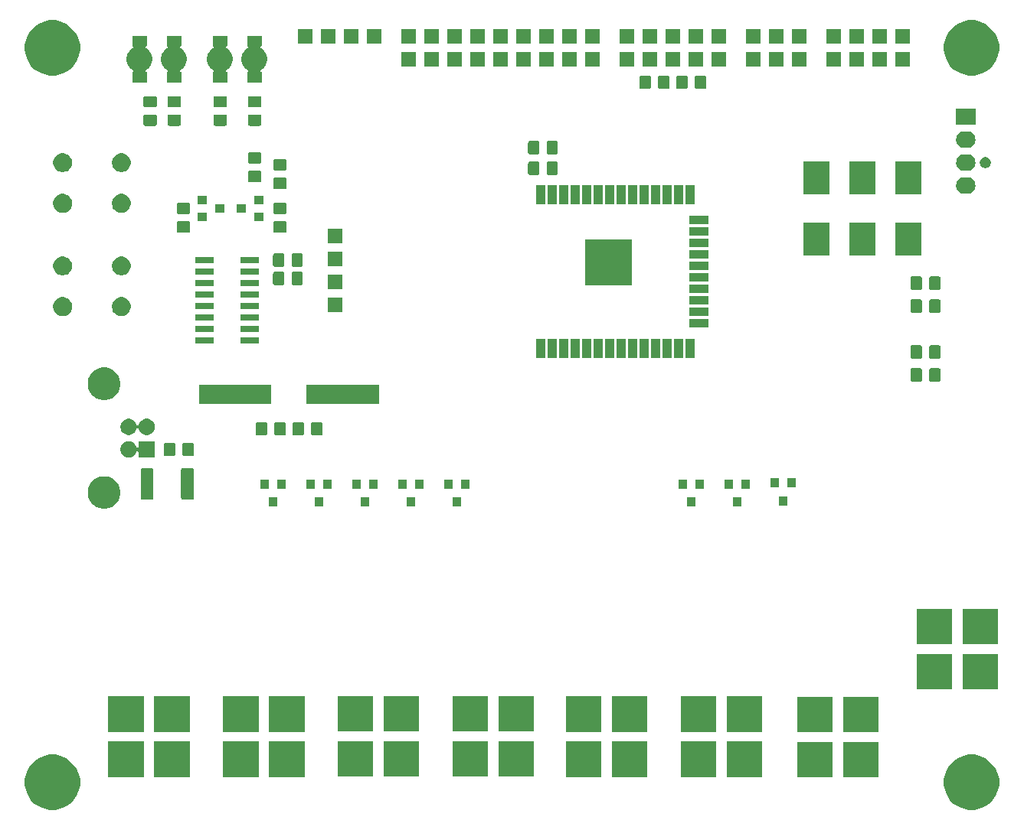
<source format=gbr>
G04 #@! TF.GenerationSoftware,KiCad,Pcbnew,5.0.2-bee76a0~70~ubuntu18.04.1*
G04 #@! TF.CreationDate,2020-07-16T16:36:32+02:00*
G04 #@! TF.ProjectId,E32CB_R2,45333243-425f-4523-922e-6b696361645f,rev?*
G04 #@! TF.SameCoordinates,Original*
G04 #@! TF.FileFunction,Soldermask,Bot*
G04 #@! TF.FilePolarity,Negative*
%FSLAX46Y46*%
G04 Gerber Fmt 4.6, Leading zero omitted, Abs format (unit mm)*
G04 Created by KiCad (PCBNEW 5.0.2-bee76a0~70~ubuntu18.04.1) date Čt 16. července 2020, 16:36:32 CEST*
%MOMM*%
%LPD*%
G01*
G04 APERTURE LIST*
%ADD10C,0.100000*%
G04 APERTURE END LIST*
D10*
G36*
X204089941Y-129146248D02*
X204089943Y-129146249D01*
X204089944Y-129146249D01*
X204645190Y-129376239D01*
X204645191Y-129376240D01*
X205144902Y-129710136D01*
X205569864Y-130135098D01*
X205569866Y-130135101D01*
X205903761Y-130634810D01*
X206133751Y-131190056D01*
X206133752Y-131190059D01*
X206251000Y-131779501D01*
X206251000Y-132380497D01*
X206133751Y-132969944D01*
X205903761Y-133525190D01*
X205903760Y-133525191D01*
X205569864Y-134024902D01*
X205144902Y-134449864D01*
X205144899Y-134449866D01*
X204645190Y-134783761D01*
X204089944Y-135013751D01*
X204089943Y-135013751D01*
X204089941Y-135013752D01*
X203500499Y-135131000D01*
X202899501Y-135131000D01*
X202310059Y-135013752D01*
X202310057Y-135013751D01*
X202310056Y-135013751D01*
X201754810Y-134783761D01*
X201255101Y-134449866D01*
X201255098Y-134449864D01*
X200830136Y-134024902D01*
X200496240Y-133525191D01*
X200496239Y-133525190D01*
X200266249Y-132969944D01*
X200149000Y-132380497D01*
X200149000Y-131779501D01*
X200266248Y-131190059D01*
X200266249Y-131190056D01*
X200496239Y-130634810D01*
X200830134Y-130135101D01*
X200830136Y-130135098D01*
X201255098Y-129710136D01*
X201754809Y-129376240D01*
X201754810Y-129376239D01*
X202310056Y-129146249D01*
X202310057Y-129146249D01*
X202310059Y-129146248D01*
X202899501Y-129029000D01*
X203500499Y-129029000D01*
X204089941Y-129146248D01*
X204089941Y-129146248D01*
G37*
G36*
X102489941Y-129146248D02*
X102489943Y-129146249D01*
X102489944Y-129146249D01*
X103045190Y-129376239D01*
X103045191Y-129376240D01*
X103544902Y-129710136D01*
X103969864Y-130135098D01*
X103969866Y-130135101D01*
X104303761Y-130634810D01*
X104533751Y-131190056D01*
X104533752Y-131190059D01*
X104651000Y-131779501D01*
X104651000Y-132380497D01*
X104533751Y-132969944D01*
X104303761Y-133525190D01*
X104303760Y-133525191D01*
X103969864Y-134024902D01*
X103544902Y-134449864D01*
X103544899Y-134449866D01*
X103045190Y-134783761D01*
X102489944Y-135013751D01*
X102489943Y-135013751D01*
X102489941Y-135013752D01*
X101900499Y-135131000D01*
X101299501Y-135131000D01*
X100710059Y-135013752D01*
X100710057Y-135013751D01*
X100710056Y-135013751D01*
X100154810Y-134783761D01*
X99655101Y-134449866D01*
X99655098Y-134449864D01*
X99230136Y-134024902D01*
X98896240Y-133525191D01*
X98896239Y-133525190D01*
X98666249Y-132969944D01*
X98549000Y-132380497D01*
X98549000Y-131779501D01*
X98666248Y-131190059D01*
X98666249Y-131190056D01*
X98896239Y-130634810D01*
X99230134Y-130135101D01*
X99230136Y-130135098D01*
X99655098Y-129710136D01*
X100154809Y-129376240D01*
X100154810Y-129376239D01*
X100710056Y-129146249D01*
X100710057Y-129146249D01*
X100710059Y-129146248D01*
X101299501Y-129029000D01*
X101900499Y-129029000D01*
X102489941Y-129146248D01*
X102489941Y-129146248D01*
G37*
G36*
X192897012Y-131516028D02*
X188985012Y-131516028D01*
X188985012Y-127604028D01*
X192897012Y-127604028D01*
X192897012Y-131516028D01*
X192897012Y-131516028D01*
G37*
G36*
X187817012Y-131516028D02*
X183905012Y-131516028D01*
X183905012Y-127604028D01*
X187817012Y-127604028D01*
X187817012Y-131516028D01*
X187817012Y-131516028D01*
G37*
G36*
X167372052Y-131500337D02*
X163460052Y-131500337D01*
X163460052Y-127588337D01*
X167372052Y-127588337D01*
X167372052Y-131500337D01*
X167372052Y-131500337D01*
G37*
G36*
X174992052Y-131500337D02*
X171080052Y-131500337D01*
X171080052Y-127588337D01*
X174992052Y-127588337D01*
X174992052Y-131500337D01*
X174992052Y-131500337D01*
G37*
G36*
X180072052Y-131500337D02*
X176160052Y-131500337D01*
X176160052Y-127588337D01*
X180072052Y-127588337D01*
X180072052Y-131500337D01*
X180072052Y-131500337D01*
G37*
G36*
X162292052Y-131500337D02*
X158380052Y-131500337D01*
X158380052Y-127588337D01*
X162292052Y-127588337D01*
X162292052Y-131500337D01*
X162292052Y-131500337D01*
G37*
G36*
X111684000Y-131496000D02*
X107772000Y-131496000D01*
X107772000Y-127584000D01*
X111684000Y-127584000D01*
X111684000Y-131496000D01*
X111684000Y-131496000D01*
G37*
G36*
X116764000Y-131496000D02*
X112852000Y-131496000D01*
X112852000Y-127584000D01*
X116764000Y-127584000D01*
X116764000Y-131496000D01*
X116764000Y-131496000D01*
G37*
G36*
X129464000Y-131496000D02*
X125552000Y-131496000D01*
X125552000Y-127584000D01*
X129464000Y-127584000D01*
X129464000Y-131496000D01*
X129464000Y-131496000D01*
G37*
G36*
X124384000Y-131496000D02*
X120472000Y-131496000D01*
X120472000Y-127584000D01*
X124384000Y-127584000D01*
X124384000Y-131496000D01*
X124384000Y-131496000D01*
G37*
G36*
X142129253Y-131483625D02*
X138217253Y-131483625D01*
X138217253Y-127571625D01*
X142129253Y-127571625D01*
X142129253Y-131483625D01*
X142129253Y-131483625D01*
G37*
G36*
X149749253Y-131483625D02*
X145837253Y-131483625D01*
X145837253Y-127571625D01*
X149749253Y-127571625D01*
X149749253Y-131483625D01*
X149749253Y-131483625D01*
G37*
G36*
X137049253Y-131483625D02*
X133137253Y-131483625D01*
X133137253Y-127571625D01*
X137049253Y-127571625D01*
X137049253Y-131483625D01*
X137049253Y-131483625D01*
G37*
G36*
X154829253Y-131483625D02*
X150917253Y-131483625D01*
X150917253Y-127571625D01*
X154829253Y-127571625D01*
X154829253Y-131483625D01*
X154829253Y-131483625D01*
G37*
G36*
X187817012Y-126516028D02*
X183905012Y-126516028D01*
X183905012Y-122604028D01*
X187817012Y-122604028D01*
X187817012Y-126516028D01*
X187817012Y-126516028D01*
G37*
G36*
X192897012Y-126516028D02*
X188985012Y-126516028D01*
X188985012Y-122604028D01*
X192897012Y-122604028D01*
X192897012Y-126516028D01*
X192897012Y-126516028D01*
G37*
G36*
X180072052Y-126500337D02*
X176160052Y-126500337D01*
X176160052Y-122588337D01*
X180072052Y-122588337D01*
X180072052Y-126500337D01*
X180072052Y-126500337D01*
G37*
G36*
X167372052Y-126500337D02*
X163460052Y-126500337D01*
X163460052Y-122588337D01*
X167372052Y-122588337D01*
X167372052Y-126500337D01*
X167372052Y-126500337D01*
G37*
G36*
X162292052Y-126500337D02*
X158380052Y-126500337D01*
X158380052Y-122588337D01*
X162292052Y-122588337D01*
X162292052Y-126500337D01*
X162292052Y-126500337D01*
G37*
G36*
X174992052Y-126500337D02*
X171080052Y-126500337D01*
X171080052Y-122588337D01*
X174992052Y-122588337D01*
X174992052Y-126500337D01*
X174992052Y-126500337D01*
G37*
G36*
X129464000Y-126496000D02*
X125552000Y-126496000D01*
X125552000Y-122584000D01*
X129464000Y-122584000D01*
X129464000Y-126496000D01*
X129464000Y-126496000D01*
G37*
G36*
X124384000Y-126496000D02*
X120472000Y-126496000D01*
X120472000Y-122584000D01*
X124384000Y-122584000D01*
X124384000Y-126496000D01*
X124384000Y-126496000D01*
G37*
G36*
X116764000Y-126496000D02*
X112852000Y-126496000D01*
X112852000Y-122584000D01*
X116764000Y-122584000D01*
X116764000Y-126496000D01*
X116764000Y-126496000D01*
G37*
G36*
X111684000Y-126496000D02*
X107772000Y-126496000D01*
X107772000Y-122584000D01*
X111684000Y-122584000D01*
X111684000Y-126496000D01*
X111684000Y-126496000D01*
G37*
G36*
X154829253Y-126483625D02*
X150917253Y-126483625D01*
X150917253Y-122571625D01*
X154829253Y-122571625D01*
X154829253Y-126483625D01*
X154829253Y-126483625D01*
G37*
G36*
X149749253Y-126483625D02*
X145837253Y-126483625D01*
X145837253Y-122571625D01*
X149749253Y-122571625D01*
X149749253Y-126483625D01*
X149749253Y-126483625D01*
G37*
G36*
X142129253Y-126483625D02*
X138217253Y-126483625D01*
X138217253Y-122571625D01*
X142129253Y-122571625D01*
X142129253Y-126483625D01*
X142129253Y-126483625D01*
G37*
G36*
X137049253Y-126483625D02*
X133137253Y-126483625D01*
X133137253Y-122571625D01*
X137049253Y-122571625D01*
X137049253Y-126483625D01*
X137049253Y-126483625D01*
G37*
G36*
X206105012Y-121800528D02*
X202193012Y-121800528D01*
X202193012Y-117888528D01*
X206105012Y-117888528D01*
X206105012Y-121800528D01*
X206105012Y-121800528D01*
G37*
G36*
X201025012Y-121800528D02*
X197113012Y-121800528D01*
X197113012Y-117888528D01*
X201025012Y-117888528D01*
X201025012Y-121800528D01*
X201025012Y-121800528D01*
G37*
G36*
X201025012Y-116800528D02*
X197113012Y-116800528D01*
X197113012Y-112888528D01*
X201025012Y-112888528D01*
X201025012Y-116800528D01*
X201025012Y-116800528D01*
G37*
G36*
X206105012Y-116800528D02*
X202193012Y-116800528D01*
X202193012Y-112888528D01*
X206105012Y-112888528D01*
X206105012Y-116800528D01*
X206105012Y-116800528D01*
G37*
G36*
X107829331Y-98288211D02*
X108157092Y-98423974D01*
X108452073Y-98621074D01*
X108702926Y-98871927D01*
X108900026Y-99166908D01*
X109035789Y-99494669D01*
X109105000Y-99842616D01*
X109105000Y-100197384D01*
X109035789Y-100545331D01*
X108900026Y-100873092D01*
X108702926Y-101168073D01*
X108452073Y-101418926D01*
X108157092Y-101616026D01*
X107829331Y-101751789D01*
X107481384Y-101821000D01*
X107126616Y-101821000D01*
X106778669Y-101751789D01*
X106450908Y-101616026D01*
X106155927Y-101418926D01*
X105905074Y-101168073D01*
X105707974Y-100873092D01*
X105572211Y-100545331D01*
X105503000Y-100197384D01*
X105503000Y-99842616D01*
X105572211Y-99494669D01*
X105707974Y-99166908D01*
X105905074Y-98871927D01*
X106155927Y-98621074D01*
X106450908Y-98423974D01*
X106778669Y-98288211D01*
X107126616Y-98219000D01*
X107481384Y-98219000D01*
X107829331Y-98288211D01*
X107829331Y-98288211D01*
G37*
G36*
X146755000Y-101577000D02*
X145853000Y-101577000D01*
X145853000Y-100575000D01*
X146755000Y-100575000D01*
X146755000Y-101577000D01*
X146755000Y-101577000D01*
G37*
G36*
X136595000Y-101577000D02*
X135693000Y-101577000D01*
X135693000Y-100575000D01*
X136595000Y-100575000D01*
X136595000Y-101577000D01*
X136595000Y-101577000D01*
G37*
G36*
X172663000Y-101577000D02*
X171761000Y-101577000D01*
X171761000Y-100575000D01*
X172663000Y-100575000D01*
X172663000Y-101577000D01*
X172663000Y-101577000D01*
G37*
G36*
X177743000Y-101577000D02*
X176841000Y-101577000D01*
X176841000Y-100575000D01*
X177743000Y-100575000D01*
X177743000Y-101577000D01*
X177743000Y-101577000D01*
G37*
G36*
X131515000Y-101577000D02*
X130613000Y-101577000D01*
X130613000Y-100575000D01*
X131515000Y-100575000D01*
X131515000Y-101577000D01*
X131515000Y-101577000D01*
G37*
G36*
X126435000Y-101577000D02*
X125533000Y-101577000D01*
X125533000Y-100575000D01*
X126435000Y-100575000D01*
X126435000Y-101577000D01*
X126435000Y-101577000D01*
G37*
G36*
X141675000Y-101577000D02*
X140773000Y-101577000D01*
X140773000Y-100575000D01*
X141675000Y-100575000D01*
X141675000Y-101577000D01*
X141675000Y-101577000D01*
G37*
G36*
X182823000Y-101450000D02*
X181921000Y-101450000D01*
X181921000Y-100448000D01*
X182823000Y-100448000D01*
X182823000Y-101450000D01*
X182823000Y-101450000D01*
G37*
G36*
X117070782Y-97313295D02*
X117106815Y-97324226D01*
X117140028Y-97341979D01*
X117169134Y-97365866D01*
X117193021Y-97394972D01*
X117210774Y-97428185D01*
X117221705Y-97464218D01*
X117226000Y-97507830D01*
X117226000Y-100612170D01*
X117221705Y-100655782D01*
X117210774Y-100691815D01*
X117193021Y-100725028D01*
X117169134Y-100754134D01*
X117140028Y-100778021D01*
X117106815Y-100795774D01*
X117070782Y-100806705D01*
X117027170Y-100811000D01*
X116022830Y-100811000D01*
X115979218Y-100806705D01*
X115943185Y-100795774D01*
X115909972Y-100778021D01*
X115880866Y-100754134D01*
X115856979Y-100725028D01*
X115839226Y-100691815D01*
X115828295Y-100655782D01*
X115824000Y-100612170D01*
X115824000Y-97507830D01*
X115828295Y-97464218D01*
X115839226Y-97428185D01*
X115856979Y-97394972D01*
X115880866Y-97365866D01*
X115909972Y-97341979D01*
X115943185Y-97324226D01*
X115979218Y-97313295D01*
X116022830Y-97309000D01*
X117027170Y-97309000D01*
X117070782Y-97313295D01*
X117070782Y-97313295D01*
G37*
G36*
X112620782Y-97313295D02*
X112656815Y-97324226D01*
X112690028Y-97341979D01*
X112719134Y-97365866D01*
X112743021Y-97394972D01*
X112760774Y-97428185D01*
X112771705Y-97464218D01*
X112776000Y-97507830D01*
X112776000Y-100612170D01*
X112771705Y-100655782D01*
X112760774Y-100691815D01*
X112743021Y-100725028D01*
X112719134Y-100754134D01*
X112690028Y-100778021D01*
X112656815Y-100795774D01*
X112620782Y-100806705D01*
X112577170Y-100811000D01*
X111572830Y-100811000D01*
X111529218Y-100806705D01*
X111493185Y-100795774D01*
X111459972Y-100778021D01*
X111430866Y-100754134D01*
X111406979Y-100725028D01*
X111389226Y-100691815D01*
X111378295Y-100655782D01*
X111374000Y-100612170D01*
X111374000Y-97507830D01*
X111378295Y-97464218D01*
X111389226Y-97428185D01*
X111406979Y-97394972D01*
X111430866Y-97365866D01*
X111459972Y-97341979D01*
X111493185Y-97324226D01*
X111529218Y-97313295D01*
X111572830Y-97309000D01*
X112577170Y-97309000D01*
X112620782Y-97313295D01*
X112620782Y-97313295D01*
G37*
G36*
X176793000Y-99577000D02*
X175891000Y-99577000D01*
X175891000Y-98575000D01*
X176793000Y-98575000D01*
X176793000Y-99577000D01*
X176793000Y-99577000D01*
G37*
G36*
X178693000Y-99577000D02*
X177791000Y-99577000D01*
X177791000Y-98575000D01*
X178693000Y-98575000D01*
X178693000Y-99577000D01*
X178693000Y-99577000D01*
G37*
G36*
X132465000Y-99577000D02*
X131563000Y-99577000D01*
X131563000Y-98575000D01*
X132465000Y-98575000D01*
X132465000Y-99577000D01*
X132465000Y-99577000D01*
G37*
G36*
X173613000Y-99577000D02*
X172711000Y-99577000D01*
X172711000Y-98575000D01*
X173613000Y-98575000D01*
X173613000Y-99577000D01*
X173613000Y-99577000D01*
G37*
G36*
X171713000Y-99577000D02*
X170811000Y-99577000D01*
X170811000Y-98575000D01*
X171713000Y-98575000D01*
X171713000Y-99577000D01*
X171713000Y-99577000D01*
G37*
G36*
X145805000Y-99577000D02*
X144903000Y-99577000D01*
X144903000Y-98575000D01*
X145805000Y-98575000D01*
X145805000Y-99577000D01*
X145805000Y-99577000D01*
G37*
G36*
X147705000Y-99577000D02*
X146803000Y-99577000D01*
X146803000Y-98575000D01*
X147705000Y-98575000D01*
X147705000Y-99577000D01*
X147705000Y-99577000D01*
G37*
G36*
X142625000Y-99577000D02*
X141723000Y-99577000D01*
X141723000Y-98575000D01*
X142625000Y-98575000D01*
X142625000Y-99577000D01*
X142625000Y-99577000D01*
G37*
G36*
X140725000Y-99577000D02*
X139823000Y-99577000D01*
X139823000Y-98575000D01*
X140725000Y-98575000D01*
X140725000Y-99577000D01*
X140725000Y-99577000D01*
G37*
G36*
X125485000Y-99577000D02*
X124583000Y-99577000D01*
X124583000Y-98575000D01*
X125485000Y-98575000D01*
X125485000Y-99577000D01*
X125485000Y-99577000D01*
G37*
G36*
X127385000Y-99577000D02*
X126483000Y-99577000D01*
X126483000Y-98575000D01*
X127385000Y-98575000D01*
X127385000Y-99577000D01*
X127385000Y-99577000D01*
G37*
G36*
X130565000Y-99577000D02*
X129663000Y-99577000D01*
X129663000Y-98575000D01*
X130565000Y-98575000D01*
X130565000Y-99577000D01*
X130565000Y-99577000D01*
G37*
G36*
X137545000Y-99577000D02*
X136643000Y-99577000D01*
X136643000Y-98575000D01*
X137545000Y-98575000D01*
X137545000Y-99577000D01*
X137545000Y-99577000D01*
G37*
G36*
X135645000Y-99577000D02*
X134743000Y-99577000D01*
X134743000Y-98575000D01*
X135645000Y-98575000D01*
X135645000Y-99577000D01*
X135645000Y-99577000D01*
G37*
G36*
X183773000Y-99450000D02*
X182871000Y-99450000D01*
X182871000Y-98448000D01*
X183773000Y-98448000D01*
X183773000Y-99450000D01*
X183773000Y-99450000D01*
G37*
G36*
X181873000Y-99450000D02*
X180971000Y-99450000D01*
X180971000Y-98448000D01*
X181873000Y-98448000D01*
X181873000Y-99450000D01*
X181873000Y-99450000D01*
G37*
G36*
X110276812Y-94383624D02*
X110440784Y-94451544D01*
X110588354Y-94550147D01*
X110713853Y-94675646D01*
X110812456Y-94823216D01*
X110872520Y-94968223D01*
X110884066Y-94989824D01*
X110899612Y-95008766D01*
X110918554Y-95024312D01*
X110940165Y-95035863D01*
X110963614Y-95042976D01*
X110988000Y-95045378D01*
X111012386Y-95042976D01*
X111035835Y-95035863D01*
X111057446Y-95024312D01*
X111076388Y-95008766D01*
X111091934Y-94989824D01*
X111103485Y-94968213D01*
X111110598Y-94944764D01*
X111113000Y-94920378D01*
X111113000Y-94349000D01*
X112915000Y-94349000D01*
X112915000Y-96151000D01*
X111113000Y-96151000D01*
X111113000Y-95579622D01*
X111110598Y-95555236D01*
X111103485Y-95531787D01*
X111091934Y-95510176D01*
X111076388Y-95491234D01*
X111057446Y-95475688D01*
X111035835Y-95464137D01*
X111012386Y-95457024D01*
X110988000Y-95454622D01*
X110963614Y-95457024D01*
X110940165Y-95464137D01*
X110918554Y-95475688D01*
X110899612Y-95491234D01*
X110884066Y-95510176D01*
X110872520Y-95531777D01*
X110812456Y-95676784D01*
X110713853Y-95824354D01*
X110588354Y-95949853D01*
X110440784Y-96048456D01*
X110276812Y-96116376D01*
X110102741Y-96151000D01*
X109925259Y-96151000D01*
X109751188Y-96116376D01*
X109587216Y-96048456D01*
X109439646Y-95949853D01*
X109314147Y-95824354D01*
X109215544Y-95676784D01*
X109147624Y-95512812D01*
X109113000Y-95338741D01*
X109113000Y-95161259D01*
X109147624Y-94987188D01*
X109215544Y-94823216D01*
X109314147Y-94675646D01*
X109439646Y-94550147D01*
X109587216Y-94451544D01*
X109751188Y-94383624D01*
X109925259Y-94349000D01*
X110102741Y-94349000D01*
X110276812Y-94383624D01*
X110276812Y-94383624D01*
G37*
G36*
X117058677Y-94503465D02*
X117096364Y-94514898D01*
X117131103Y-94533466D01*
X117161548Y-94558452D01*
X117186534Y-94588897D01*
X117205102Y-94623636D01*
X117216535Y-94661323D01*
X117221000Y-94706661D01*
X117221000Y-95793339D01*
X117216535Y-95838677D01*
X117205102Y-95876364D01*
X117186534Y-95911103D01*
X117161548Y-95941548D01*
X117131103Y-95966534D01*
X117096364Y-95985102D01*
X117058677Y-95996535D01*
X117013339Y-96001000D01*
X116176661Y-96001000D01*
X116131323Y-95996535D01*
X116093636Y-95985102D01*
X116058897Y-95966534D01*
X116028452Y-95941548D01*
X116003466Y-95911103D01*
X115984898Y-95876364D01*
X115973465Y-95838677D01*
X115969000Y-95793339D01*
X115969000Y-94706661D01*
X115973465Y-94661323D01*
X115984898Y-94623636D01*
X116003466Y-94588897D01*
X116028452Y-94558452D01*
X116058897Y-94533466D01*
X116093636Y-94514898D01*
X116131323Y-94503465D01*
X116176661Y-94499000D01*
X117013339Y-94499000D01*
X117058677Y-94503465D01*
X117058677Y-94503465D01*
G37*
G36*
X115008677Y-94503465D02*
X115046364Y-94514898D01*
X115081103Y-94533466D01*
X115111548Y-94558452D01*
X115136534Y-94588897D01*
X115155102Y-94623636D01*
X115166535Y-94661323D01*
X115171000Y-94706661D01*
X115171000Y-95793339D01*
X115166535Y-95838677D01*
X115155102Y-95876364D01*
X115136534Y-95911103D01*
X115111548Y-95941548D01*
X115081103Y-95966534D01*
X115046364Y-95985102D01*
X115008677Y-95996535D01*
X114963339Y-96001000D01*
X114126661Y-96001000D01*
X114081323Y-95996535D01*
X114043636Y-95985102D01*
X114008897Y-95966534D01*
X113978452Y-95941548D01*
X113953466Y-95911103D01*
X113934898Y-95876364D01*
X113923465Y-95838677D01*
X113919000Y-95793339D01*
X113919000Y-94706661D01*
X113923465Y-94661323D01*
X113934898Y-94623636D01*
X113953466Y-94588897D01*
X113978452Y-94558452D01*
X114008897Y-94533466D01*
X114043636Y-94514898D01*
X114081323Y-94503465D01*
X114126661Y-94499000D01*
X114963339Y-94499000D01*
X115008677Y-94503465D01*
X115008677Y-94503465D01*
G37*
G36*
X127218677Y-92217465D02*
X127256364Y-92228898D01*
X127291103Y-92247466D01*
X127321548Y-92272452D01*
X127346534Y-92302897D01*
X127365102Y-92337636D01*
X127376535Y-92375323D01*
X127381000Y-92420661D01*
X127381000Y-93507339D01*
X127376535Y-93552677D01*
X127365102Y-93590364D01*
X127346534Y-93625103D01*
X127321548Y-93655548D01*
X127291103Y-93680534D01*
X127256364Y-93699102D01*
X127218677Y-93710535D01*
X127173339Y-93715000D01*
X126336661Y-93715000D01*
X126291323Y-93710535D01*
X126253636Y-93699102D01*
X126218897Y-93680534D01*
X126188452Y-93655548D01*
X126163466Y-93625103D01*
X126144898Y-93590364D01*
X126133465Y-93552677D01*
X126129000Y-93507339D01*
X126129000Y-92420661D01*
X126133465Y-92375323D01*
X126144898Y-92337636D01*
X126163466Y-92302897D01*
X126188452Y-92272452D01*
X126218897Y-92247466D01*
X126253636Y-92228898D01*
X126291323Y-92217465D01*
X126336661Y-92213000D01*
X127173339Y-92213000D01*
X127218677Y-92217465D01*
X127218677Y-92217465D01*
G37*
G36*
X131282677Y-92217465D02*
X131320364Y-92228898D01*
X131355103Y-92247466D01*
X131385548Y-92272452D01*
X131410534Y-92302897D01*
X131429102Y-92337636D01*
X131440535Y-92375323D01*
X131445000Y-92420661D01*
X131445000Y-93507339D01*
X131440535Y-93552677D01*
X131429102Y-93590364D01*
X131410534Y-93625103D01*
X131385548Y-93655548D01*
X131355103Y-93680534D01*
X131320364Y-93699102D01*
X131282677Y-93710535D01*
X131237339Y-93715000D01*
X130400661Y-93715000D01*
X130355323Y-93710535D01*
X130317636Y-93699102D01*
X130282897Y-93680534D01*
X130252452Y-93655548D01*
X130227466Y-93625103D01*
X130208898Y-93590364D01*
X130197465Y-93552677D01*
X130193000Y-93507339D01*
X130193000Y-92420661D01*
X130197465Y-92375323D01*
X130208898Y-92337636D01*
X130227466Y-92302897D01*
X130252452Y-92272452D01*
X130282897Y-92247466D01*
X130317636Y-92228898D01*
X130355323Y-92217465D01*
X130400661Y-92213000D01*
X131237339Y-92213000D01*
X131282677Y-92217465D01*
X131282677Y-92217465D01*
G37*
G36*
X129232677Y-92217465D02*
X129270364Y-92228898D01*
X129305103Y-92247466D01*
X129335548Y-92272452D01*
X129360534Y-92302897D01*
X129379102Y-92337636D01*
X129390535Y-92375323D01*
X129395000Y-92420661D01*
X129395000Y-93507339D01*
X129390535Y-93552677D01*
X129379102Y-93590364D01*
X129360534Y-93625103D01*
X129335548Y-93655548D01*
X129305103Y-93680534D01*
X129270364Y-93699102D01*
X129232677Y-93710535D01*
X129187339Y-93715000D01*
X128350661Y-93715000D01*
X128305323Y-93710535D01*
X128267636Y-93699102D01*
X128232897Y-93680534D01*
X128202452Y-93655548D01*
X128177466Y-93625103D01*
X128158898Y-93590364D01*
X128147465Y-93552677D01*
X128143000Y-93507339D01*
X128143000Y-92420661D01*
X128147465Y-92375323D01*
X128158898Y-92337636D01*
X128177466Y-92302897D01*
X128202452Y-92272452D01*
X128232897Y-92247466D01*
X128267636Y-92228898D01*
X128305323Y-92217465D01*
X128350661Y-92213000D01*
X129187339Y-92213000D01*
X129232677Y-92217465D01*
X129232677Y-92217465D01*
G37*
G36*
X125168677Y-92217465D02*
X125206364Y-92228898D01*
X125241103Y-92247466D01*
X125271548Y-92272452D01*
X125296534Y-92302897D01*
X125315102Y-92337636D01*
X125326535Y-92375323D01*
X125331000Y-92420661D01*
X125331000Y-93507339D01*
X125326535Y-93552677D01*
X125315102Y-93590364D01*
X125296534Y-93625103D01*
X125271548Y-93655548D01*
X125241103Y-93680534D01*
X125206364Y-93699102D01*
X125168677Y-93710535D01*
X125123339Y-93715000D01*
X124286661Y-93715000D01*
X124241323Y-93710535D01*
X124203636Y-93699102D01*
X124168897Y-93680534D01*
X124138452Y-93655548D01*
X124113466Y-93625103D01*
X124094898Y-93590364D01*
X124083465Y-93552677D01*
X124079000Y-93507339D01*
X124079000Y-92420661D01*
X124083465Y-92375323D01*
X124094898Y-92337636D01*
X124113466Y-92302897D01*
X124138452Y-92272452D01*
X124168897Y-92247466D01*
X124203636Y-92228898D01*
X124241323Y-92217465D01*
X124286661Y-92213000D01*
X125123339Y-92213000D01*
X125168677Y-92217465D01*
X125168677Y-92217465D01*
G37*
G36*
X110276812Y-91883624D02*
X110440784Y-91951544D01*
X110588354Y-92050147D01*
X110713853Y-92175646D01*
X110812456Y-92323216D01*
X110880376Y-92487188D01*
X110891404Y-92542633D01*
X110898515Y-92566074D01*
X110910067Y-92587685D01*
X110925612Y-92606627D01*
X110944554Y-92622172D01*
X110966165Y-92633723D01*
X110989614Y-92640836D01*
X111014000Y-92643238D01*
X111038387Y-92640836D01*
X111061836Y-92633723D01*
X111083447Y-92622171D01*
X111102389Y-92606626D01*
X111117934Y-92587684D01*
X111129485Y-92566073D01*
X111136596Y-92542633D01*
X111147624Y-92487188D01*
X111215544Y-92323216D01*
X111314147Y-92175646D01*
X111439646Y-92050147D01*
X111587216Y-91951544D01*
X111751188Y-91883624D01*
X111925259Y-91849000D01*
X112102741Y-91849000D01*
X112276812Y-91883624D01*
X112440784Y-91951544D01*
X112588354Y-92050147D01*
X112713853Y-92175646D01*
X112812456Y-92323216D01*
X112880376Y-92487188D01*
X112915000Y-92661259D01*
X112915000Y-92838741D01*
X112880376Y-93012812D01*
X112812456Y-93176784D01*
X112713853Y-93324354D01*
X112588354Y-93449853D01*
X112440784Y-93548456D01*
X112276812Y-93616376D01*
X112102741Y-93651000D01*
X111925259Y-93651000D01*
X111751188Y-93616376D01*
X111587216Y-93548456D01*
X111439646Y-93449853D01*
X111314147Y-93324354D01*
X111215544Y-93176784D01*
X111147624Y-93012812D01*
X111136596Y-92957367D01*
X111129485Y-92933926D01*
X111117933Y-92912315D01*
X111102388Y-92893373D01*
X111083446Y-92877828D01*
X111061835Y-92866277D01*
X111038386Y-92859164D01*
X111014000Y-92856762D01*
X110989613Y-92859164D01*
X110966164Y-92866277D01*
X110944553Y-92877829D01*
X110925611Y-92893374D01*
X110910066Y-92912316D01*
X110898515Y-92933927D01*
X110891404Y-92957367D01*
X110880376Y-93012812D01*
X110812456Y-93176784D01*
X110713853Y-93324354D01*
X110588354Y-93449853D01*
X110440784Y-93548456D01*
X110276812Y-93616376D01*
X110102741Y-93651000D01*
X109925259Y-93651000D01*
X109751188Y-93616376D01*
X109587216Y-93548456D01*
X109439646Y-93449853D01*
X109314147Y-93324354D01*
X109215544Y-93176784D01*
X109147624Y-93012812D01*
X109113000Y-92838741D01*
X109113000Y-92661259D01*
X109147624Y-92487188D01*
X109215544Y-92323216D01*
X109314147Y-92175646D01*
X109439646Y-92050147D01*
X109587216Y-91951544D01*
X109751188Y-91883624D01*
X109925259Y-91849000D01*
X110102741Y-91849000D01*
X110276812Y-91883624D01*
X110276812Y-91883624D01*
G37*
G36*
X125813000Y-90205000D02*
X117836000Y-90205000D01*
X117836000Y-88103000D01*
X125813000Y-88103000D01*
X125813000Y-90205000D01*
X125813000Y-90205000D01*
G37*
G36*
X137688000Y-90205000D02*
X129711000Y-90205000D01*
X129711000Y-88103000D01*
X137688000Y-88103000D01*
X137688000Y-90205000D01*
X137688000Y-90205000D01*
G37*
G36*
X107829331Y-86248211D02*
X108157092Y-86383974D01*
X108452073Y-86581074D01*
X108702926Y-86831927D01*
X108900026Y-87126908D01*
X109035789Y-87454669D01*
X109105000Y-87802616D01*
X109105000Y-88157384D01*
X109035789Y-88505331D01*
X108900026Y-88833092D01*
X108702926Y-89128073D01*
X108452073Y-89378926D01*
X108157092Y-89576026D01*
X107829331Y-89711789D01*
X107481384Y-89781000D01*
X107126616Y-89781000D01*
X106778669Y-89711789D01*
X106450908Y-89576026D01*
X106155927Y-89378926D01*
X105905074Y-89128073D01*
X105707974Y-88833092D01*
X105572211Y-88505331D01*
X105503000Y-88157384D01*
X105503000Y-87802616D01*
X105572211Y-87454669D01*
X105707974Y-87126908D01*
X105905074Y-86831927D01*
X106155927Y-86581074D01*
X106450908Y-86383974D01*
X106778669Y-86248211D01*
X107126616Y-86179000D01*
X107481384Y-86179000D01*
X107829331Y-86248211D01*
X107829331Y-86248211D01*
G37*
G36*
X199608677Y-86248465D02*
X199646364Y-86259898D01*
X199681103Y-86278466D01*
X199711548Y-86303452D01*
X199736534Y-86333897D01*
X199755102Y-86368636D01*
X199766535Y-86406323D01*
X199771000Y-86451661D01*
X199771000Y-87538339D01*
X199766535Y-87583677D01*
X199755102Y-87621364D01*
X199736534Y-87656103D01*
X199711548Y-87686548D01*
X199681103Y-87711534D01*
X199646364Y-87730102D01*
X199608677Y-87741535D01*
X199563339Y-87746000D01*
X198726661Y-87746000D01*
X198681323Y-87741535D01*
X198643636Y-87730102D01*
X198608897Y-87711534D01*
X198578452Y-87686548D01*
X198553466Y-87656103D01*
X198534898Y-87621364D01*
X198523465Y-87583677D01*
X198519000Y-87538339D01*
X198519000Y-86451661D01*
X198523465Y-86406323D01*
X198534898Y-86368636D01*
X198553466Y-86333897D01*
X198578452Y-86303452D01*
X198608897Y-86278466D01*
X198643636Y-86259898D01*
X198681323Y-86248465D01*
X198726661Y-86244000D01*
X199563339Y-86244000D01*
X199608677Y-86248465D01*
X199608677Y-86248465D01*
G37*
G36*
X197558677Y-86248465D02*
X197596364Y-86259898D01*
X197631103Y-86278466D01*
X197661548Y-86303452D01*
X197686534Y-86333897D01*
X197705102Y-86368636D01*
X197716535Y-86406323D01*
X197721000Y-86451661D01*
X197721000Y-87538339D01*
X197716535Y-87583677D01*
X197705102Y-87621364D01*
X197686534Y-87656103D01*
X197661548Y-87686548D01*
X197631103Y-87711534D01*
X197596364Y-87730102D01*
X197558677Y-87741535D01*
X197513339Y-87746000D01*
X196676661Y-87746000D01*
X196631323Y-87741535D01*
X196593636Y-87730102D01*
X196558897Y-87711534D01*
X196528452Y-87686548D01*
X196503466Y-87656103D01*
X196484898Y-87621364D01*
X196473465Y-87583677D01*
X196469000Y-87538339D01*
X196469000Y-86451661D01*
X196473465Y-86406323D01*
X196484898Y-86368636D01*
X196503466Y-86333897D01*
X196528452Y-86303452D01*
X196558897Y-86278466D01*
X196593636Y-86259898D01*
X196631323Y-86248465D01*
X196676661Y-86244000D01*
X197513339Y-86244000D01*
X197558677Y-86248465D01*
X197558677Y-86248465D01*
G37*
G36*
X199608677Y-83708465D02*
X199646364Y-83719898D01*
X199681103Y-83738466D01*
X199711548Y-83763452D01*
X199736534Y-83793897D01*
X199755102Y-83828636D01*
X199766535Y-83866323D01*
X199771000Y-83911661D01*
X199771000Y-84998339D01*
X199766535Y-85043677D01*
X199755102Y-85081364D01*
X199736534Y-85116103D01*
X199711548Y-85146548D01*
X199681103Y-85171534D01*
X199646364Y-85190102D01*
X199608677Y-85201535D01*
X199563339Y-85206000D01*
X198726661Y-85206000D01*
X198681323Y-85201535D01*
X198643636Y-85190102D01*
X198608897Y-85171534D01*
X198578452Y-85146548D01*
X198553466Y-85116103D01*
X198534898Y-85081364D01*
X198523465Y-85043677D01*
X198519000Y-84998339D01*
X198519000Y-83911661D01*
X198523465Y-83866323D01*
X198534898Y-83828636D01*
X198553466Y-83793897D01*
X198578452Y-83763452D01*
X198608897Y-83738466D01*
X198643636Y-83719898D01*
X198681323Y-83708465D01*
X198726661Y-83704000D01*
X199563339Y-83704000D01*
X199608677Y-83708465D01*
X199608677Y-83708465D01*
G37*
G36*
X197558677Y-83708465D02*
X197596364Y-83719898D01*
X197631103Y-83738466D01*
X197661548Y-83763452D01*
X197686534Y-83793897D01*
X197705102Y-83828636D01*
X197716535Y-83866323D01*
X197721000Y-83911661D01*
X197721000Y-84998339D01*
X197716535Y-85043677D01*
X197705102Y-85081364D01*
X197686534Y-85116103D01*
X197661548Y-85146548D01*
X197631103Y-85171534D01*
X197596364Y-85190102D01*
X197558677Y-85201535D01*
X197513339Y-85206000D01*
X196676661Y-85206000D01*
X196631323Y-85201535D01*
X196593636Y-85190102D01*
X196558897Y-85171534D01*
X196528452Y-85146548D01*
X196503466Y-85116103D01*
X196484898Y-85081364D01*
X196473465Y-85043677D01*
X196469000Y-84998339D01*
X196469000Y-83911661D01*
X196473465Y-83866323D01*
X196484898Y-83828636D01*
X196503466Y-83793897D01*
X196528452Y-83763452D01*
X196558897Y-83738466D01*
X196593636Y-83719898D01*
X196631323Y-83708465D01*
X196676661Y-83704000D01*
X197513339Y-83704000D01*
X197558677Y-83708465D01*
X197558677Y-83708465D01*
G37*
G36*
X161156000Y-85116000D02*
X160154000Y-85116000D01*
X160154000Y-83014000D01*
X161156000Y-83014000D01*
X161156000Y-85116000D01*
X161156000Y-85116000D01*
G37*
G36*
X159886000Y-85116000D02*
X158884000Y-85116000D01*
X158884000Y-83014000D01*
X159886000Y-83014000D01*
X159886000Y-85116000D01*
X159886000Y-85116000D01*
G37*
G36*
X158616000Y-85116000D02*
X157614000Y-85116000D01*
X157614000Y-83014000D01*
X158616000Y-83014000D01*
X158616000Y-85116000D01*
X158616000Y-85116000D01*
G37*
G36*
X167506000Y-85116000D02*
X166504000Y-85116000D01*
X166504000Y-83014000D01*
X167506000Y-83014000D01*
X167506000Y-85116000D01*
X167506000Y-85116000D01*
G37*
G36*
X162426000Y-85116000D02*
X161424000Y-85116000D01*
X161424000Y-83014000D01*
X162426000Y-83014000D01*
X162426000Y-85116000D01*
X162426000Y-85116000D01*
G37*
G36*
X163696000Y-85116000D02*
X162694000Y-85116000D01*
X162694000Y-83014000D01*
X163696000Y-83014000D01*
X163696000Y-85116000D01*
X163696000Y-85116000D01*
G37*
G36*
X164966000Y-85116000D02*
X163964000Y-85116000D01*
X163964000Y-83014000D01*
X164966000Y-83014000D01*
X164966000Y-85116000D01*
X164966000Y-85116000D01*
G37*
G36*
X168776000Y-85116000D02*
X167774000Y-85116000D01*
X167774000Y-83014000D01*
X168776000Y-83014000D01*
X168776000Y-85116000D01*
X168776000Y-85116000D01*
G37*
G36*
X166236000Y-85116000D02*
X165234000Y-85116000D01*
X165234000Y-83014000D01*
X166236000Y-83014000D01*
X166236000Y-85116000D01*
X166236000Y-85116000D01*
G37*
G36*
X156076000Y-85116000D02*
X155074000Y-85116000D01*
X155074000Y-83014000D01*
X156076000Y-83014000D01*
X156076000Y-85116000D01*
X156076000Y-85116000D01*
G37*
G36*
X172586000Y-85116000D02*
X171584000Y-85116000D01*
X171584000Y-83014000D01*
X172586000Y-83014000D01*
X172586000Y-85116000D01*
X172586000Y-85116000D01*
G37*
G36*
X171316000Y-85116000D02*
X170314000Y-85116000D01*
X170314000Y-83014000D01*
X171316000Y-83014000D01*
X171316000Y-85116000D01*
X171316000Y-85116000D01*
G37*
G36*
X157346000Y-85116000D02*
X156344000Y-85116000D01*
X156344000Y-83014000D01*
X157346000Y-83014000D01*
X157346000Y-85116000D01*
X157346000Y-85116000D01*
G37*
G36*
X170046000Y-85116000D02*
X169044000Y-85116000D01*
X169044000Y-83014000D01*
X170046000Y-83014000D01*
X170046000Y-85116000D01*
X170046000Y-85116000D01*
G37*
G36*
X124313928Y-82836764D02*
X124335011Y-82843160D01*
X124354442Y-82853546D01*
X124371475Y-82867525D01*
X124385454Y-82884558D01*
X124395840Y-82903989D01*
X124402236Y-82925072D01*
X124405000Y-82953140D01*
X124405000Y-83416860D01*
X124402236Y-83444928D01*
X124395840Y-83466011D01*
X124385454Y-83485442D01*
X124371475Y-83502475D01*
X124354442Y-83516454D01*
X124335011Y-83526840D01*
X124313928Y-83533236D01*
X124285860Y-83536000D01*
X122472140Y-83536000D01*
X122444072Y-83533236D01*
X122422989Y-83526840D01*
X122403558Y-83516454D01*
X122386525Y-83502475D01*
X122372546Y-83485442D01*
X122362160Y-83466011D01*
X122355764Y-83444928D01*
X122353000Y-83416860D01*
X122353000Y-82953140D01*
X122355764Y-82925072D01*
X122362160Y-82903989D01*
X122372546Y-82884558D01*
X122386525Y-82867525D01*
X122403558Y-82853546D01*
X122422989Y-82843160D01*
X122444072Y-82836764D01*
X122472140Y-82834000D01*
X124285860Y-82834000D01*
X124313928Y-82836764D01*
X124313928Y-82836764D01*
G37*
G36*
X119363928Y-82836764D02*
X119385011Y-82843160D01*
X119404442Y-82853546D01*
X119421475Y-82867525D01*
X119435454Y-82884558D01*
X119445840Y-82903989D01*
X119452236Y-82925072D01*
X119455000Y-82953140D01*
X119455000Y-83416860D01*
X119452236Y-83444928D01*
X119445840Y-83466011D01*
X119435454Y-83485442D01*
X119421475Y-83502475D01*
X119404442Y-83516454D01*
X119385011Y-83526840D01*
X119363928Y-83533236D01*
X119335860Y-83536000D01*
X117522140Y-83536000D01*
X117494072Y-83533236D01*
X117472989Y-83526840D01*
X117453558Y-83516454D01*
X117436525Y-83502475D01*
X117422546Y-83485442D01*
X117412160Y-83466011D01*
X117405764Y-83444928D01*
X117403000Y-83416860D01*
X117403000Y-82953140D01*
X117405764Y-82925072D01*
X117412160Y-82903989D01*
X117422546Y-82884558D01*
X117436525Y-82867525D01*
X117453558Y-82853546D01*
X117472989Y-82843160D01*
X117494072Y-82836764D01*
X117522140Y-82834000D01*
X119335860Y-82834000D01*
X119363928Y-82836764D01*
X119363928Y-82836764D01*
G37*
G36*
X124313928Y-81566764D02*
X124335011Y-81573160D01*
X124354442Y-81583546D01*
X124371475Y-81597525D01*
X124385454Y-81614558D01*
X124395840Y-81633989D01*
X124402236Y-81655072D01*
X124405000Y-81683140D01*
X124405000Y-82146860D01*
X124402236Y-82174928D01*
X124395840Y-82196011D01*
X124385454Y-82215442D01*
X124371475Y-82232475D01*
X124354442Y-82246454D01*
X124335011Y-82256840D01*
X124313928Y-82263236D01*
X124285860Y-82266000D01*
X122472140Y-82266000D01*
X122444072Y-82263236D01*
X122422989Y-82256840D01*
X122403558Y-82246454D01*
X122386525Y-82232475D01*
X122372546Y-82215442D01*
X122362160Y-82196011D01*
X122355764Y-82174928D01*
X122353000Y-82146860D01*
X122353000Y-81683140D01*
X122355764Y-81655072D01*
X122362160Y-81633989D01*
X122372546Y-81614558D01*
X122386525Y-81597525D01*
X122403558Y-81583546D01*
X122422989Y-81573160D01*
X122444072Y-81566764D01*
X122472140Y-81564000D01*
X124285860Y-81564000D01*
X124313928Y-81566764D01*
X124313928Y-81566764D01*
G37*
G36*
X119363928Y-81566764D02*
X119385011Y-81573160D01*
X119404442Y-81583546D01*
X119421475Y-81597525D01*
X119435454Y-81614558D01*
X119445840Y-81633989D01*
X119452236Y-81655072D01*
X119455000Y-81683140D01*
X119455000Y-82146860D01*
X119452236Y-82174928D01*
X119445840Y-82196011D01*
X119435454Y-82215442D01*
X119421475Y-82232475D01*
X119404442Y-82246454D01*
X119385011Y-82256840D01*
X119363928Y-82263236D01*
X119335860Y-82266000D01*
X117522140Y-82266000D01*
X117494072Y-82263236D01*
X117472989Y-82256840D01*
X117453558Y-82246454D01*
X117436525Y-82232475D01*
X117422546Y-82215442D01*
X117412160Y-82196011D01*
X117405764Y-82174928D01*
X117403000Y-82146860D01*
X117403000Y-81683140D01*
X117405764Y-81655072D01*
X117412160Y-81633989D01*
X117422546Y-81614558D01*
X117436525Y-81597525D01*
X117453558Y-81583546D01*
X117472989Y-81573160D01*
X117494072Y-81566764D01*
X117522140Y-81564000D01*
X119335860Y-81564000D01*
X119363928Y-81566764D01*
X119363928Y-81566764D01*
G37*
G36*
X174136000Y-81781000D02*
X172034000Y-81781000D01*
X172034000Y-80779000D01*
X174136000Y-80779000D01*
X174136000Y-81781000D01*
X174136000Y-81781000D01*
G37*
G36*
X119363928Y-80296764D02*
X119385011Y-80303160D01*
X119404442Y-80313546D01*
X119421475Y-80327525D01*
X119435454Y-80344558D01*
X119445840Y-80363989D01*
X119452236Y-80385072D01*
X119455000Y-80413140D01*
X119455000Y-80876860D01*
X119452236Y-80904928D01*
X119445840Y-80926011D01*
X119435454Y-80945442D01*
X119421475Y-80962475D01*
X119404442Y-80976454D01*
X119385011Y-80986840D01*
X119363928Y-80993236D01*
X119335860Y-80996000D01*
X117522140Y-80996000D01*
X117494072Y-80993236D01*
X117472989Y-80986840D01*
X117453558Y-80976454D01*
X117436525Y-80962475D01*
X117422546Y-80945442D01*
X117412160Y-80926011D01*
X117405764Y-80904928D01*
X117403000Y-80876860D01*
X117403000Y-80413140D01*
X117405764Y-80385072D01*
X117412160Y-80363989D01*
X117422546Y-80344558D01*
X117436525Y-80327525D01*
X117453558Y-80313546D01*
X117472989Y-80303160D01*
X117494072Y-80296764D01*
X117522140Y-80294000D01*
X119335860Y-80294000D01*
X119363928Y-80296764D01*
X119363928Y-80296764D01*
G37*
G36*
X124313928Y-80296764D02*
X124335011Y-80303160D01*
X124354442Y-80313546D01*
X124371475Y-80327525D01*
X124385454Y-80344558D01*
X124395840Y-80363989D01*
X124402236Y-80385072D01*
X124405000Y-80413140D01*
X124405000Y-80876860D01*
X124402236Y-80904928D01*
X124395840Y-80926011D01*
X124385454Y-80945442D01*
X124371475Y-80962475D01*
X124354442Y-80976454D01*
X124335011Y-80986840D01*
X124313928Y-80993236D01*
X124285860Y-80996000D01*
X122472140Y-80996000D01*
X122444072Y-80993236D01*
X122422989Y-80986840D01*
X122403558Y-80976454D01*
X122386525Y-80962475D01*
X122372546Y-80945442D01*
X122362160Y-80926011D01*
X122355764Y-80904928D01*
X122353000Y-80876860D01*
X122353000Y-80413140D01*
X122355764Y-80385072D01*
X122362160Y-80363989D01*
X122372546Y-80344558D01*
X122386525Y-80327525D01*
X122403558Y-80313546D01*
X122422989Y-80303160D01*
X122444072Y-80296764D01*
X122472140Y-80294000D01*
X124285860Y-80294000D01*
X124313928Y-80296764D01*
X124313928Y-80296764D01*
G37*
G36*
X174136000Y-80511000D02*
X172034000Y-80511000D01*
X172034000Y-79509000D01*
X174136000Y-79509000D01*
X174136000Y-80511000D01*
X174136000Y-80511000D01*
G37*
G36*
X109526565Y-78419389D02*
X109717834Y-78498615D01*
X109889976Y-78613637D01*
X110036363Y-78760024D01*
X110151385Y-78932166D01*
X110230611Y-79123435D01*
X110271000Y-79326484D01*
X110271000Y-79533516D01*
X110230611Y-79736565D01*
X110151385Y-79927834D01*
X110036363Y-80099976D01*
X109889976Y-80246363D01*
X109717834Y-80361385D01*
X109526565Y-80440611D01*
X109323516Y-80481000D01*
X109116484Y-80481000D01*
X108913435Y-80440611D01*
X108722166Y-80361385D01*
X108550024Y-80246363D01*
X108403637Y-80099976D01*
X108288615Y-79927834D01*
X108209389Y-79736565D01*
X108169000Y-79533516D01*
X108169000Y-79326484D01*
X108209389Y-79123435D01*
X108288615Y-78932166D01*
X108403637Y-78760024D01*
X108550024Y-78613637D01*
X108722166Y-78498615D01*
X108913435Y-78419389D01*
X109116484Y-78379000D01*
X109323516Y-78379000D01*
X109526565Y-78419389D01*
X109526565Y-78419389D01*
G37*
G36*
X103026565Y-78419389D02*
X103217834Y-78498615D01*
X103389976Y-78613637D01*
X103536363Y-78760024D01*
X103651385Y-78932166D01*
X103730611Y-79123435D01*
X103771000Y-79326484D01*
X103771000Y-79533516D01*
X103730611Y-79736565D01*
X103651385Y-79927834D01*
X103536363Y-80099976D01*
X103389976Y-80246363D01*
X103217834Y-80361385D01*
X103026565Y-80440611D01*
X102823516Y-80481000D01*
X102616484Y-80481000D01*
X102413435Y-80440611D01*
X102222166Y-80361385D01*
X102050024Y-80246363D01*
X101903637Y-80099976D01*
X101788615Y-79927834D01*
X101709389Y-79736565D01*
X101669000Y-79533516D01*
X101669000Y-79326484D01*
X101709389Y-79123435D01*
X101788615Y-78932166D01*
X101903637Y-78760024D01*
X102050024Y-78613637D01*
X102222166Y-78498615D01*
X102413435Y-78419389D01*
X102616484Y-78379000D01*
X102823516Y-78379000D01*
X103026565Y-78419389D01*
X103026565Y-78419389D01*
G37*
G36*
X199608677Y-78628465D02*
X199646364Y-78639898D01*
X199681103Y-78658466D01*
X199711548Y-78683452D01*
X199736534Y-78713897D01*
X199755102Y-78748636D01*
X199766535Y-78786323D01*
X199771000Y-78831661D01*
X199771000Y-79918339D01*
X199766535Y-79963677D01*
X199755102Y-80001364D01*
X199736534Y-80036103D01*
X199711548Y-80066548D01*
X199681103Y-80091534D01*
X199646364Y-80110102D01*
X199608677Y-80121535D01*
X199563339Y-80126000D01*
X198726661Y-80126000D01*
X198681323Y-80121535D01*
X198643636Y-80110102D01*
X198608897Y-80091534D01*
X198578452Y-80066548D01*
X198553466Y-80036103D01*
X198534898Y-80001364D01*
X198523465Y-79963677D01*
X198519000Y-79918339D01*
X198519000Y-78831661D01*
X198523465Y-78786323D01*
X198534898Y-78748636D01*
X198553466Y-78713897D01*
X198578452Y-78683452D01*
X198608897Y-78658466D01*
X198643636Y-78639898D01*
X198681323Y-78628465D01*
X198726661Y-78624000D01*
X199563339Y-78624000D01*
X199608677Y-78628465D01*
X199608677Y-78628465D01*
G37*
G36*
X197558677Y-78628465D02*
X197596364Y-78639898D01*
X197631103Y-78658466D01*
X197661548Y-78683452D01*
X197686534Y-78713897D01*
X197705102Y-78748636D01*
X197716535Y-78786323D01*
X197721000Y-78831661D01*
X197721000Y-79918339D01*
X197716535Y-79963677D01*
X197705102Y-80001364D01*
X197686534Y-80036103D01*
X197661548Y-80066548D01*
X197631103Y-80091534D01*
X197596364Y-80110102D01*
X197558677Y-80121535D01*
X197513339Y-80126000D01*
X196676661Y-80126000D01*
X196631323Y-80121535D01*
X196593636Y-80110102D01*
X196558897Y-80091534D01*
X196528452Y-80066548D01*
X196503466Y-80036103D01*
X196484898Y-80001364D01*
X196473465Y-79963677D01*
X196469000Y-79918339D01*
X196469000Y-78831661D01*
X196473465Y-78786323D01*
X196484898Y-78748636D01*
X196503466Y-78713897D01*
X196528452Y-78683452D01*
X196558897Y-78658466D01*
X196593636Y-78639898D01*
X196631323Y-78628465D01*
X196676661Y-78624000D01*
X197513339Y-78624000D01*
X197558677Y-78628465D01*
X197558677Y-78628465D01*
G37*
G36*
X133655000Y-80061000D02*
X132029000Y-80061000D01*
X132029000Y-78435000D01*
X133655000Y-78435000D01*
X133655000Y-80061000D01*
X133655000Y-80061000D01*
G37*
G36*
X119363928Y-79026764D02*
X119385011Y-79033160D01*
X119404442Y-79043546D01*
X119421475Y-79057525D01*
X119435454Y-79074558D01*
X119445840Y-79093989D01*
X119452236Y-79115072D01*
X119455000Y-79143140D01*
X119455000Y-79606860D01*
X119452236Y-79634928D01*
X119445840Y-79656011D01*
X119435454Y-79675442D01*
X119421475Y-79692475D01*
X119404442Y-79706454D01*
X119385011Y-79716840D01*
X119363928Y-79723236D01*
X119335860Y-79726000D01*
X117522140Y-79726000D01*
X117494072Y-79723236D01*
X117472989Y-79716840D01*
X117453558Y-79706454D01*
X117436525Y-79692475D01*
X117422546Y-79675442D01*
X117412160Y-79656011D01*
X117405764Y-79634928D01*
X117403000Y-79606860D01*
X117403000Y-79143140D01*
X117405764Y-79115072D01*
X117412160Y-79093989D01*
X117422546Y-79074558D01*
X117436525Y-79057525D01*
X117453558Y-79043546D01*
X117472989Y-79033160D01*
X117494072Y-79026764D01*
X117522140Y-79024000D01*
X119335860Y-79024000D01*
X119363928Y-79026764D01*
X119363928Y-79026764D01*
G37*
G36*
X124313928Y-79026764D02*
X124335011Y-79033160D01*
X124354442Y-79043546D01*
X124371475Y-79057525D01*
X124385454Y-79074558D01*
X124395840Y-79093989D01*
X124402236Y-79115072D01*
X124405000Y-79143140D01*
X124405000Y-79606860D01*
X124402236Y-79634928D01*
X124395840Y-79656011D01*
X124385454Y-79675442D01*
X124371475Y-79692475D01*
X124354442Y-79706454D01*
X124335011Y-79716840D01*
X124313928Y-79723236D01*
X124285860Y-79726000D01*
X122472140Y-79726000D01*
X122444072Y-79723236D01*
X122422989Y-79716840D01*
X122403558Y-79706454D01*
X122386525Y-79692475D01*
X122372546Y-79675442D01*
X122362160Y-79656011D01*
X122355764Y-79634928D01*
X122353000Y-79606860D01*
X122353000Y-79143140D01*
X122355764Y-79115072D01*
X122362160Y-79093989D01*
X122372546Y-79074558D01*
X122386525Y-79057525D01*
X122403558Y-79043546D01*
X122422989Y-79033160D01*
X122444072Y-79026764D01*
X122472140Y-79024000D01*
X124285860Y-79024000D01*
X124313928Y-79026764D01*
X124313928Y-79026764D01*
G37*
G36*
X174136000Y-79241000D02*
X172034000Y-79241000D01*
X172034000Y-78239000D01*
X174136000Y-78239000D01*
X174136000Y-79241000D01*
X174136000Y-79241000D01*
G37*
G36*
X119363928Y-77756764D02*
X119385011Y-77763160D01*
X119404442Y-77773546D01*
X119421475Y-77787525D01*
X119435454Y-77804558D01*
X119445840Y-77823989D01*
X119452236Y-77845072D01*
X119455000Y-77873140D01*
X119455000Y-78336860D01*
X119452236Y-78364928D01*
X119445840Y-78386011D01*
X119435454Y-78405442D01*
X119421475Y-78422475D01*
X119404442Y-78436454D01*
X119385011Y-78446840D01*
X119363928Y-78453236D01*
X119335860Y-78456000D01*
X117522140Y-78456000D01*
X117494072Y-78453236D01*
X117472989Y-78446840D01*
X117453558Y-78436454D01*
X117436525Y-78422475D01*
X117422546Y-78405442D01*
X117412160Y-78386011D01*
X117405764Y-78364928D01*
X117403000Y-78336860D01*
X117403000Y-77873140D01*
X117405764Y-77845072D01*
X117412160Y-77823989D01*
X117422546Y-77804558D01*
X117436525Y-77787525D01*
X117453558Y-77773546D01*
X117472989Y-77763160D01*
X117494072Y-77756764D01*
X117522140Y-77754000D01*
X119335860Y-77754000D01*
X119363928Y-77756764D01*
X119363928Y-77756764D01*
G37*
G36*
X124313928Y-77756764D02*
X124335011Y-77763160D01*
X124354442Y-77773546D01*
X124371475Y-77787525D01*
X124385454Y-77804558D01*
X124395840Y-77823989D01*
X124402236Y-77845072D01*
X124405000Y-77873140D01*
X124405000Y-78336860D01*
X124402236Y-78364928D01*
X124395840Y-78386011D01*
X124385454Y-78405442D01*
X124371475Y-78422475D01*
X124354442Y-78436454D01*
X124335011Y-78446840D01*
X124313928Y-78453236D01*
X124285860Y-78456000D01*
X122472140Y-78456000D01*
X122444072Y-78453236D01*
X122422989Y-78446840D01*
X122403558Y-78436454D01*
X122386525Y-78422475D01*
X122372546Y-78405442D01*
X122362160Y-78386011D01*
X122355764Y-78364928D01*
X122353000Y-78336860D01*
X122353000Y-77873140D01*
X122355764Y-77845072D01*
X122362160Y-77823989D01*
X122372546Y-77804558D01*
X122386525Y-77787525D01*
X122403558Y-77773546D01*
X122422989Y-77763160D01*
X122444072Y-77756764D01*
X122472140Y-77754000D01*
X124285860Y-77754000D01*
X124313928Y-77756764D01*
X124313928Y-77756764D01*
G37*
G36*
X174136000Y-77971000D02*
X172034000Y-77971000D01*
X172034000Y-76969000D01*
X174136000Y-76969000D01*
X174136000Y-77971000D01*
X174136000Y-77971000D01*
G37*
G36*
X197558677Y-76088465D02*
X197596364Y-76099898D01*
X197631103Y-76118466D01*
X197661548Y-76143452D01*
X197686534Y-76173897D01*
X197705102Y-76208636D01*
X197716535Y-76246323D01*
X197721000Y-76291661D01*
X197721000Y-77378339D01*
X197716535Y-77423677D01*
X197705102Y-77461364D01*
X197686534Y-77496103D01*
X197661548Y-77526548D01*
X197631103Y-77551534D01*
X197596364Y-77570102D01*
X197558677Y-77581535D01*
X197513339Y-77586000D01*
X196676661Y-77586000D01*
X196631323Y-77581535D01*
X196593636Y-77570102D01*
X196558897Y-77551534D01*
X196528452Y-77526548D01*
X196503466Y-77496103D01*
X196484898Y-77461364D01*
X196473465Y-77423677D01*
X196469000Y-77378339D01*
X196469000Y-76291661D01*
X196473465Y-76246323D01*
X196484898Y-76208636D01*
X196503466Y-76173897D01*
X196528452Y-76143452D01*
X196558897Y-76118466D01*
X196593636Y-76099898D01*
X196631323Y-76088465D01*
X196676661Y-76084000D01*
X197513339Y-76084000D01*
X197558677Y-76088465D01*
X197558677Y-76088465D01*
G37*
G36*
X199608677Y-76088465D02*
X199646364Y-76099898D01*
X199681103Y-76118466D01*
X199711548Y-76143452D01*
X199736534Y-76173897D01*
X199755102Y-76208636D01*
X199766535Y-76246323D01*
X199771000Y-76291661D01*
X199771000Y-77378339D01*
X199766535Y-77423677D01*
X199755102Y-77461364D01*
X199736534Y-77496103D01*
X199711548Y-77526548D01*
X199681103Y-77551534D01*
X199646364Y-77570102D01*
X199608677Y-77581535D01*
X199563339Y-77586000D01*
X198726661Y-77586000D01*
X198681323Y-77581535D01*
X198643636Y-77570102D01*
X198608897Y-77551534D01*
X198578452Y-77526548D01*
X198553466Y-77496103D01*
X198534898Y-77461364D01*
X198523465Y-77423677D01*
X198519000Y-77378339D01*
X198519000Y-76291661D01*
X198523465Y-76246323D01*
X198534898Y-76208636D01*
X198553466Y-76173897D01*
X198578452Y-76143452D01*
X198608897Y-76118466D01*
X198643636Y-76099898D01*
X198681323Y-76088465D01*
X198726661Y-76084000D01*
X199563339Y-76084000D01*
X199608677Y-76088465D01*
X199608677Y-76088465D01*
G37*
G36*
X133655000Y-77521000D02*
X132029000Y-77521000D01*
X132029000Y-75895000D01*
X133655000Y-75895000D01*
X133655000Y-77521000D01*
X133655000Y-77521000D01*
G37*
G36*
X119363928Y-76486764D02*
X119385011Y-76493160D01*
X119404442Y-76503546D01*
X119421475Y-76517525D01*
X119435454Y-76534558D01*
X119445840Y-76553989D01*
X119452236Y-76575072D01*
X119455000Y-76603140D01*
X119455000Y-77066860D01*
X119452236Y-77094928D01*
X119445840Y-77116011D01*
X119435454Y-77135442D01*
X119421475Y-77152475D01*
X119404442Y-77166454D01*
X119385011Y-77176840D01*
X119363928Y-77183236D01*
X119335860Y-77186000D01*
X117522140Y-77186000D01*
X117494072Y-77183236D01*
X117472989Y-77176840D01*
X117453558Y-77166454D01*
X117436525Y-77152475D01*
X117422546Y-77135442D01*
X117412160Y-77116011D01*
X117405764Y-77094928D01*
X117403000Y-77066860D01*
X117403000Y-76603140D01*
X117405764Y-76575072D01*
X117412160Y-76553989D01*
X117422546Y-76534558D01*
X117436525Y-76517525D01*
X117453558Y-76503546D01*
X117472989Y-76493160D01*
X117494072Y-76486764D01*
X117522140Y-76484000D01*
X119335860Y-76484000D01*
X119363928Y-76486764D01*
X119363928Y-76486764D01*
G37*
G36*
X124313928Y-76486764D02*
X124335011Y-76493160D01*
X124354442Y-76503546D01*
X124371475Y-76517525D01*
X124385454Y-76534558D01*
X124395840Y-76553989D01*
X124402236Y-76575072D01*
X124405000Y-76603140D01*
X124405000Y-77066860D01*
X124402236Y-77094928D01*
X124395840Y-77116011D01*
X124385454Y-77135442D01*
X124371475Y-77152475D01*
X124354442Y-77166454D01*
X124335011Y-77176840D01*
X124313928Y-77183236D01*
X124285860Y-77186000D01*
X122472140Y-77186000D01*
X122444072Y-77183236D01*
X122422989Y-77176840D01*
X122403558Y-77166454D01*
X122386525Y-77152475D01*
X122372546Y-77135442D01*
X122362160Y-77116011D01*
X122355764Y-77094928D01*
X122353000Y-77066860D01*
X122353000Y-76603140D01*
X122355764Y-76575072D01*
X122362160Y-76553989D01*
X122372546Y-76534558D01*
X122386525Y-76517525D01*
X122403558Y-76503546D01*
X122422989Y-76493160D01*
X122444072Y-76486764D01*
X122472140Y-76484000D01*
X124285860Y-76484000D01*
X124313928Y-76486764D01*
X124313928Y-76486764D01*
G37*
G36*
X165626000Y-77116000D02*
X160524000Y-77116000D01*
X160524000Y-72014000D01*
X165626000Y-72014000D01*
X165626000Y-77116000D01*
X165626000Y-77116000D01*
G37*
G36*
X129123677Y-75580465D02*
X129161364Y-75591898D01*
X129196103Y-75610466D01*
X129226548Y-75635452D01*
X129251534Y-75665897D01*
X129270102Y-75700636D01*
X129281535Y-75738323D01*
X129286000Y-75783661D01*
X129286000Y-76870339D01*
X129281535Y-76915677D01*
X129270102Y-76953364D01*
X129251534Y-76988103D01*
X129226548Y-77018548D01*
X129196103Y-77043534D01*
X129161364Y-77062102D01*
X129123677Y-77073535D01*
X129078339Y-77078000D01*
X128241661Y-77078000D01*
X128196323Y-77073535D01*
X128158636Y-77062102D01*
X128123897Y-77043534D01*
X128093452Y-77018548D01*
X128068466Y-76988103D01*
X128049898Y-76953364D01*
X128038465Y-76915677D01*
X128034000Y-76870339D01*
X128034000Y-75783661D01*
X128038465Y-75738323D01*
X128049898Y-75700636D01*
X128068466Y-75665897D01*
X128093452Y-75635452D01*
X128123897Y-75610466D01*
X128158636Y-75591898D01*
X128196323Y-75580465D01*
X128241661Y-75576000D01*
X129078339Y-75576000D01*
X129123677Y-75580465D01*
X129123677Y-75580465D01*
G37*
G36*
X127073677Y-75580465D02*
X127111364Y-75591898D01*
X127146103Y-75610466D01*
X127176548Y-75635452D01*
X127201534Y-75665897D01*
X127220102Y-75700636D01*
X127231535Y-75738323D01*
X127236000Y-75783661D01*
X127236000Y-76870339D01*
X127231535Y-76915677D01*
X127220102Y-76953364D01*
X127201534Y-76988103D01*
X127176548Y-77018548D01*
X127146103Y-77043534D01*
X127111364Y-77062102D01*
X127073677Y-77073535D01*
X127028339Y-77078000D01*
X126191661Y-77078000D01*
X126146323Y-77073535D01*
X126108636Y-77062102D01*
X126073897Y-77043534D01*
X126043452Y-77018548D01*
X126018466Y-76988103D01*
X125999898Y-76953364D01*
X125988465Y-76915677D01*
X125984000Y-76870339D01*
X125984000Y-75783661D01*
X125988465Y-75738323D01*
X125999898Y-75700636D01*
X126018466Y-75665897D01*
X126043452Y-75635452D01*
X126073897Y-75610466D01*
X126108636Y-75591898D01*
X126146323Y-75580465D01*
X126191661Y-75576000D01*
X127028339Y-75576000D01*
X127073677Y-75580465D01*
X127073677Y-75580465D01*
G37*
G36*
X174136000Y-76701000D02*
X172034000Y-76701000D01*
X172034000Y-75699000D01*
X174136000Y-75699000D01*
X174136000Y-76701000D01*
X174136000Y-76701000D01*
G37*
G36*
X103026565Y-73919389D02*
X103217834Y-73998615D01*
X103389976Y-74113637D01*
X103536363Y-74260024D01*
X103651385Y-74432166D01*
X103730611Y-74623435D01*
X103771000Y-74826484D01*
X103771000Y-75033516D01*
X103730611Y-75236565D01*
X103651385Y-75427834D01*
X103536363Y-75599976D01*
X103389976Y-75746363D01*
X103217834Y-75861385D01*
X103026565Y-75940611D01*
X102823516Y-75981000D01*
X102616484Y-75981000D01*
X102413435Y-75940611D01*
X102222166Y-75861385D01*
X102050024Y-75746363D01*
X101903637Y-75599976D01*
X101788615Y-75427834D01*
X101709389Y-75236565D01*
X101669000Y-75033516D01*
X101669000Y-74826484D01*
X101709389Y-74623435D01*
X101788615Y-74432166D01*
X101903637Y-74260024D01*
X102050024Y-74113637D01*
X102222166Y-73998615D01*
X102413435Y-73919389D01*
X102616484Y-73879000D01*
X102823516Y-73879000D01*
X103026565Y-73919389D01*
X103026565Y-73919389D01*
G37*
G36*
X109526565Y-73919389D02*
X109717834Y-73998615D01*
X109889976Y-74113637D01*
X110036363Y-74260024D01*
X110151385Y-74432166D01*
X110230611Y-74623435D01*
X110271000Y-74826484D01*
X110271000Y-75033516D01*
X110230611Y-75236565D01*
X110151385Y-75427834D01*
X110036363Y-75599976D01*
X109889976Y-75746363D01*
X109717834Y-75861385D01*
X109526565Y-75940611D01*
X109323516Y-75981000D01*
X109116484Y-75981000D01*
X108913435Y-75940611D01*
X108722166Y-75861385D01*
X108550024Y-75746363D01*
X108403637Y-75599976D01*
X108288615Y-75427834D01*
X108209389Y-75236565D01*
X108169000Y-75033516D01*
X108169000Y-74826484D01*
X108209389Y-74623435D01*
X108288615Y-74432166D01*
X108403637Y-74260024D01*
X108550024Y-74113637D01*
X108722166Y-73998615D01*
X108913435Y-73919389D01*
X109116484Y-73879000D01*
X109323516Y-73879000D01*
X109526565Y-73919389D01*
X109526565Y-73919389D01*
G37*
G36*
X124313928Y-75216764D02*
X124335011Y-75223160D01*
X124354442Y-75233546D01*
X124371475Y-75247525D01*
X124385454Y-75264558D01*
X124395840Y-75283989D01*
X124402236Y-75305072D01*
X124405000Y-75333140D01*
X124405000Y-75796860D01*
X124402236Y-75824928D01*
X124395840Y-75846011D01*
X124385454Y-75865442D01*
X124371475Y-75882475D01*
X124354442Y-75896454D01*
X124335011Y-75906840D01*
X124313928Y-75913236D01*
X124285860Y-75916000D01*
X122472140Y-75916000D01*
X122444072Y-75913236D01*
X122422989Y-75906840D01*
X122403558Y-75896454D01*
X122386525Y-75882475D01*
X122372546Y-75865442D01*
X122362160Y-75846011D01*
X122355764Y-75824928D01*
X122353000Y-75796860D01*
X122353000Y-75333140D01*
X122355764Y-75305072D01*
X122362160Y-75283989D01*
X122372546Y-75264558D01*
X122386525Y-75247525D01*
X122403558Y-75233546D01*
X122422989Y-75223160D01*
X122444072Y-75216764D01*
X122472140Y-75214000D01*
X124285860Y-75214000D01*
X124313928Y-75216764D01*
X124313928Y-75216764D01*
G37*
G36*
X119363928Y-75216764D02*
X119385011Y-75223160D01*
X119404442Y-75233546D01*
X119421475Y-75247525D01*
X119435454Y-75264558D01*
X119445840Y-75283989D01*
X119452236Y-75305072D01*
X119455000Y-75333140D01*
X119455000Y-75796860D01*
X119452236Y-75824928D01*
X119445840Y-75846011D01*
X119435454Y-75865442D01*
X119421475Y-75882475D01*
X119404442Y-75896454D01*
X119385011Y-75906840D01*
X119363928Y-75913236D01*
X119335860Y-75916000D01*
X117522140Y-75916000D01*
X117494072Y-75913236D01*
X117472989Y-75906840D01*
X117453558Y-75896454D01*
X117436525Y-75882475D01*
X117422546Y-75865442D01*
X117412160Y-75846011D01*
X117405764Y-75824928D01*
X117403000Y-75796860D01*
X117403000Y-75333140D01*
X117405764Y-75305072D01*
X117412160Y-75283989D01*
X117422546Y-75264558D01*
X117436525Y-75247525D01*
X117453558Y-75233546D01*
X117472989Y-75223160D01*
X117494072Y-75216764D01*
X117522140Y-75214000D01*
X119335860Y-75214000D01*
X119363928Y-75216764D01*
X119363928Y-75216764D01*
G37*
G36*
X174136000Y-75431000D02*
X172034000Y-75431000D01*
X172034000Y-74429000D01*
X174136000Y-74429000D01*
X174136000Y-75431000D01*
X174136000Y-75431000D01*
G37*
G36*
X129123677Y-73548465D02*
X129161364Y-73559898D01*
X129196103Y-73578466D01*
X129226548Y-73603452D01*
X129251534Y-73633897D01*
X129270102Y-73668636D01*
X129281535Y-73706323D01*
X129286000Y-73751661D01*
X129286000Y-74838339D01*
X129281535Y-74883677D01*
X129270102Y-74921364D01*
X129251534Y-74956103D01*
X129226548Y-74986548D01*
X129196103Y-75011534D01*
X129161364Y-75030102D01*
X129123677Y-75041535D01*
X129078339Y-75046000D01*
X128241661Y-75046000D01*
X128196323Y-75041535D01*
X128158636Y-75030102D01*
X128123897Y-75011534D01*
X128093452Y-74986548D01*
X128068466Y-74956103D01*
X128049898Y-74921364D01*
X128038465Y-74883677D01*
X128034000Y-74838339D01*
X128034000Y-73751661D01*
X128038465Y-73706323D01*
X128049898Y-73668636D01*
X128068466Y-73633897D01*
X128093452Y-73603452D01*
X128123897Y-73578466D01*
X128158636Y-73559898D01*
X128196323Y-73548465D01*
X128241661Y-73544000D01*
X129078339Y-73544000D01*
X129123677Y-73548465D01*
X129123677Y-73548465D01*
G37*
G36*
X127073677Y-73548465D02*
X127111364Y-73559898D01*
X127146103Y-73578466D01*
X127176548Y-73603452D01*
X127201534Y-73633897D01*
X127220102Y-73668636D01*
X127231535Y-73706323D01*
X127236000Y-73751661D01*
X127236000Y-74838339D01*
X127231535Y-74883677D01*
X127220102Y-74921364D01*
X127201534Y-74956103D01*
X127176548Y-74986548D01*
X127146103Y-75011534D01*
X127111364Y-75030102D01*
X127073677Y-75041535D01*
X127028339Y-75046000D01*
X126191661Y-75046000D01*
X126146323Y-75041535D01*
X126108636Y-75030102D01*
X126073897Y-75011534D01*
X126043452Y-74986548D01*
X126018466Y-74956103D01*
X125999898Y-74921364D01*
X125988465Y-74883677D01*
X125984000Y-74838339D01*
X125984000Y-73751661D01*
X125988465Y-73706323D01*
X125999898Y-73668636D01*
X126018466Y-73633897D01*
X126043452Y-73603452D01*
X126073897Y-73578466D01*
X126108636Y-73559898D01*
X126146323Y-73548465D01*
X126191661Y-73544000D01*
X127028339Y-73544000D01*
X127073677Y-73548465D01*
X127073677Y-73548465D01*
G37*
G36*
X133655000Y-74981000D02*
X132029000Y-74981000D01*
X132029000Y-73355000D01*
X133655000Y-73355000D01*
X133655000Y-74981000D01*
X133655000Y-74981000D01*
G37*
G36*
X119363928Y-73946764D02*
X119385011Y-73953160D01*
X119404442Y-73963546D01*
X119421475Y-73977525D01*
X119435454Y-73994558D01*
X119445840Y-74013989D01*
X119452236Y-74035072D01*
X119455000Y-74063140D01*
X119455000Y-74526860D01*
X119452236Y-74554928D01*
X119445840Y-74576011D01*
X119435454Y-74595442D01*
X119421475Y-74612475D01*
X119404442Y-74626454D01*
X119385011Y-74636840D01*
X119363928Y-74643236D01*
X119335860Y-74646000D01*
X117522140Y-74646000D01*
X117494072Y-74643236D01*
X117472989Y-74636840D01*
X117453558Y-74626454D01*
X117436525Y-74612475D01*
X117422546Y-74595442D01*
X117412160Y-74576011D01*
X117405764Y-74554928D01*
X117403000Y-74526860D01*
X117403000Y-74063140D01*
X117405764Y-74035072D01*
X117412160Y-74013989D01*
X117422546Y-73994558D01*
X117436525Y-73977525D01*
X117453558Y-73963546D01*
X117472989Y-73953160D01*
X117494072Y-73946764D01*
X117522140Y-73944000D01*
X119335860Y-73944000D01*
X119363928Y-73946764D01*
X119363928Y-73946764D01*
G37*
G36*
X124313928Y-73946764D02*
X124335011Y-73953160D01*
X124354442Y-73963546D01*
X124371475Y-73977525D01*
X124385454Y-73994558D01*
X124395840Y-74013989D01*
X124402236Y-74035072D01*
X124405000Y-74063140D01*
X124405000Y-74526860D01*
X124402236Y-74554928D01*
X124395840Y-74576011D01*
X124385454Y-74595442D01*
X124371475Y-74612475D01*
X124354442Y-74626454D01*
X124335011Y-74636840D01*
X124313928Y-74643236D01*
X124285860Y-74646000D01*
X122472140Y-74646000D01*
X122444072Y-74643236D01*
X122422989Y-74636840D01*
X122403558Y-74626454D01*
X122386525Y-74612475D01*
X122372546Y-74595442D01*
X122362160Y-74576011D01*
X122355764Y-74554928D01*
X122353000Y-74526860D01*
X122353000Y-74063140D01*
X122355764Y-74035072D01*
X122362160Y-74013989D01*
X122372546Y-73994558D01*
X122386525Y-73977525D01*
X122403558Y-73963546D01*
X122422989Y-73953160D01*
X122444072Y-73946764D01*
X122472140Y-73944000D01*
X124285860Y-73944000D01*
X124313928Y-73946764D01*
X124313928Y-73946764D01*
G37*
G36*
X174136000Y-74161000D02*
X172034000Y-74161000D01*
X172034000Y-73159000D01*
X174136000Y-73159000D01*
X174136000Y-74161000D01*
X174136000Y-74161000D01*
G37*
G36*
X192536000Y-73781000D02*
X189734000Y-73781000D01*
X189734000Y-70179000D01*
X192536000Y-70179000D01*
X192536000Y-73781000D01*
X192536000Y-73781000D01*
G37*
G36*
X187456000Y-73781000D02*
X184654000Y-73781000D01*
X184654000Y-70179000D01*
X187456000Y-70179000D01*
X187456000Y-73781000D01*
X187456000Y-73781000D01*
G37*
G36*
X197616000Y-73781000D02*
X194814000Y-73781000D01*
X194814000Y-70179000D01*
X197616000Y-70179000D01*
X197616000Y-73781000D01*
X197616000Y-73781000D01*
G37*
G36*
X174136000Y-72891000D02*
X172034000Y-72891000D01*
X172034000Y-71889000D01*
X174136000Y-71889000D01*
X174136000Y-72891000D01*
X174136000Y-72891000D01*
G37*
G36*
X133655000Y-72441000D02*
X132029000Y-72441000D01*
X132029000Y-70815000D01*
X133655000Y-70815000D01*
X133655000Y-72441000D01*
X133655000Y-72441000D01*
G37*
G36*
X174136000Y-71621000D02*
X172034000Y-71621000D01*
X172034000Y-70619000D01*
X174136000Y-70619000D01*
X174136000Y-71621000D01*
X174136000Y-71621000D01*
G37*
G36*
X127334677Y-69999465D02*
X127372364Y-70010898D01*
X127407103Y-70029466D01*
X127437548Y-70054452D01*
X127462534Y-70084897D01*
X127481102Y-70119636D01*
X127492535Y-70157323D01*
X127497000Y-70202661D01*
X127497000Y-71039339D01*
X127492535Y-71084677D01*
X127481102Y-71122364D01*
X127462534Y-71157103D01*
X127437548Y-71187548D01*
X127407103Y-71212534D01*
X127372364Y-71231102D01*
X127334677Y-71242535D01*
X127289339Y-71247000D01*
X126202661Y-71247000D01*
X126157323Y-71242535D01*
X126119636Y-71231102D01*
X126084897Y-71212534D01*
X126054452Y-71187548D01*
X126029466Y-71157103D01*
X126010898Y-71122364D01*
X125999465Y-71084677D01*
X125995000Y-71039339D01*
X125995000Y-70202661D01*
X125999465Y-70157323D01*
X126010898Y-70119636D01*
X126029466Y-70084897D01*
X126054452Y-70054452D01*
X126084897Y-70029466D01*
X126119636Y-70010898D01*
X126157323Y-69999465D01*
X126202661Y-69995000D01*
X127289339Y-69995000D01*
X127334677Y-69999465D01*
X127334677Y-69999465D01*
G37*
G36*
X116666677Y-69999465D02*
X116704364Y-70010898D01*
X116739103Y-70029466D01*
X116769548Y-70054452D01*
X116794534Y-70084897D01*
X116813102Y-70119636D01*
X116824535Y-70157323D01*
X116829000Y-70202661D01*
X116829000Y-71039339D01*
X116824535Y-71084677D01*
X116813102Y-71122364D01*
X116794534Y-71157103D01*
X116769548Y-71187548D01*
X116739103Y-71212534D01*
X116704364Y-71231102D01*
X116666677Y-71242535D01*
X116621339Y-71247000D01*
X115534661Y-71247000D01*
X115489323Y-71242535D01*
X115451636Y-71231102D01*
X115416897Y-71212534D01*
X115386452Y-71187548D01*
X115361466Y-71157103D01*
X115342898Y-71122364D01*
X115331465Y-71084677D01*
X115327000Y-71039339D01*
X115327000Y-70202661D01*
X115331465Y-70157323D01*
X115342898Y-70119636D01*
X115361466Y-70084897D01*
X115386452Y-70054452D01*
X115416897Y-70029466D01*
X115451636Y-70010898D01*
X115489323Y-69999465D01*
X115534661Y-69995000D01*
X116621339Y-69995000D01*
X116666677Y-69999465D01*
X116666677Y-69999465D01*
G37*
G36*
X174136000Y-70351000D02*
X172034000Y-70351000D01*
X172034000Y-69349000D01*
X174136000Y-69349000D01*
X174136000Y-70351000D01*
X174136000Y-70351000D01*
G37*
G36*
X118627000Y-69981000D02*
X117625000Y-69981000D01*
X117625000Y-69079000D01*
X118627000Y-69079000D01*
X118627000Y-69981000D01*
X118627000Y-69981000D01*
G37*
G36*
X124945000Y-69981000D02*
X123943000Y-69981000D01*
X123943000Y-69079000D01*
X124945000Y-69079000D01*
X124945000Y-69981000D01*
X124945000Y-69981000D01*
G37*
G36*
X116666677Y-67949465D02*
X116704364Y-67960898D01*
X116739103Y-67979466D01*
X116769548Y-68004452D01*
X116794534Y-68034897D01*
X116813102Y-68069636D01*
X116824535Y-68107323D01*
X116829000Y-68152661D01*
X116829000Y-68989339D01*
X116824535Y-69034677D01*
X116813102Y-69072364D01*
X116794534Y-69107103D01*
X116769548Y-69137548D01*
X116739103Y-69162534D01*
X116704364Y-69181102D01*
X116666677Y-69192535D01*
X116621339Y-69197000D01*
X115534661Y-69197000D01*
X115489323Y-69192535D01*
X115451636Y-69181102D01*
X115416897Y-69162534D01*
X115386452Y-69137548D01*
X115361466Y-69107103D01*
X115342898Y-69072364D01*
X115331465Y-69034677D01*
X115327000Y-68989339D01*
X115327000Y-68152661D01*
X115331465Y-68107323D01*
X115342898Y-68069636D01*
X115361466Y-68034897D01*
X115386452Y-68004452D01*
X115416897Y-67979466D01*
X115451636Y-67960898D01*
X115489323Y-67949465D01*
X115534661Y-67945000D01*
X116621339Y-67945000D01*
X116666677Y-67949465D01*
X116666677Y-67949465D01*
G37*
G36*
X127334677Y-67949465D02*
X127372364Y-67960898D01*
X127407103Y-67979466D01*
X127437548Y-68004452D01*
X127462534Y-68034897D01*
X127481102Y-68069636D01*
X127492535Y-68107323D01*
X127497000Y-68152661D01*
X127497000Y-68989339D01*
X127492535Y-69034677D01*
X127481102Y-69072364D01*
X127462534Y-69107103D01*
X127437548Y-69137548D01*
X127407103Y-69162534D01*
X127372364Y-69181102D01*
X127334677Y-69192535D01*
X127289339Y-69197000D01*
X126202661Y-69197000D01*
X126157323Y-69192535D01*
X126119636Y-69181102D01*
X126084897Y-69162534D01*
X126054452Y-69137548D01*
X126029466Y-69107103D01*
X126010898Y-69072364D01*
X125999465Y-69034677D01*
X125995000Y-68989339D01*
X125995000Y-68152661D01*
X125999465Y-68107323D01*
X126010898Y-68069636D01*
X126029466Y-68034897D01*
X126054452Y-68004452D01*
X126084897Y-67979466D01*
X126119636Y-67960898D01*
X126157323Y-67949465D01*
X126202661Y-67945000D01*
X127289339Y-67945000D01*
X127334677Y-67949465D01*
X127334677Y-67949465D01*
G37*
G36*
X103026565Y-66989389D02*
X103217834Y-67068615D01*
X103389976Y-67183637D01*
X103536363Y-67330024D01*
X103651385Y-67502166D01*
X103730611Y-67693435D01*
X103771000Y-67896484D01*
X103771000Y-68103516D01*
X103730611Y-68306565D01*
X103651385Y-68497834D01*
X103536363Y-68669976D01*
X103389976Y-68816363D01*
X103217834Y-68931385D01*
X103026565Y-69010611D01*
X102823516Y-69051000D01*
X102616484Y-69051000D01*
X102413435Y-69010611D01*
X102222166Y-68931385D01*
X102050024Y-68816363D01*
X101903637Y-68669976D01*
X101788615Y-68497834D01*
X101709389Y-68306565D01*
X101669000Y-68103516D01*
X101669000Y-67896484D01*
X101709389Y-67693435D01*
X101788615Y-67502166D01*
X101903637Y-67330024D01*
X102050024Y-67183637D01*
X102222166Y-67068615D01*
X102413435Y-66989389D01*
X102616484Y-66949000D01*
X102823516Y-66949000D01*
X103026565Y-66989389D01*
X103026565Y-66989389D01*
G37*
G36*
X109526565Y-66989389D02*
X109717834Y-67068615D01*
X109889976Y-67183637D01*
X110036363Y-67330024D01*
X110151385Y-67502166D01*
X110230611Y-67693435D01*
X110271000Y-67896484D01*
X110271000Y-68103516D01*
X110230611Y-68306565D01*
X110151385Y-68497834D01*
X110036363Y-68669976D01*
X109889976Y-68816363D01*
X109717834Y-68931385D01*
X109526565Y-69010611D01*
X109323516Y-69051000D01*
X109116484Y-69051000D01*
X108913435Y-69010611D01*
X108722166Y-68931385D01*
X108550024Y-68816363D01*
X108403637Y-68669976D01*
X108288615Y-68497834D01*
X108209389Y-68306565D01*
X108169000Y-68103516D01*
X108169000Y-67896484D01*
X108209389Y-67693435D01*
X108288615Y-67502166D01*
X108403637Y-67330024D01*
X108550024Y-67183637D01*
X108722166Y-67068615D01*
X108913435Y-66989389D01*
X109116484Y-66949000D01*
X109323516Y-66949000D01*
X109526565Y-66989389D01*
X109526565Y-66989389D01*
G37*
G36*
X122945000Y-69031000D02*
X121943000Y-69031000D01*
X121943000Y-68129000D01*
X122945000Y-68129000D01*
X122945000Y-69031000D01*
X122945000Y-69031000D01*
G37*
G36*
X120627000Y-69031000D02*
X119625000Y-69031000D01*
X119625000Y-68129000D01*
X120627000Y-68129000D01*
X120627000Y-69031000D01*
X120627000Y-69031000D01*
G37*
G36*
X161156000Y-68116000D02*
X160154000Y-68116000D01*
X160154000Y-66014000D01*
X161156000Y-66014000D01*
X161156000Y-68116000D01*
X161156000Y-68116000D01*
G37*
G36*
X172586000Y-68116000D02*
X171584000Y-68116000D01*
X171584000Y-66014000D01*
X172586000Y-66014000D01*
X172586000Y-68116000D01*
X172586000Y-68116000D01*
G37*
G36*
X170046000Y-68116000D02*
X169044000Y-68116000D01*
X169044000Y-66014000D01*
X170046000Y-66014000D01*
X170046000Y-68116000D01*
X170046000Y-68116000D01*
G37*
G36*
X168776000Y-68116000D02*
X167774000Y-68116000D01*
X167774000Y-66014000D01*
X168776000Y-66014000D01*
X168776000Y-68116000D01*
X168776000Y-68116000D01*
G37*
G36*
X167506000Y-68116000D02*
X166504000Y-68116000D01*
X166504000Y-66014000D01*
X167506000Y-66014000D01*
X167506000Y-68116000D01*
X167506000Y-68116000D01*
G37*
G36*
X166236000Y-68116000D02*
X165234000Y-68116000D01*
X165234000Y-66014000D01*
X166236000Y-66014000D01*
X166236000Y-68116000D01*
X166236000Y-68116000D01*
G37*
G36*
X164966000Y-68116000D02*
X163964000Y-68116000D01*
X163964000Y-66014000D01*
X164966000Y-66014000D01*
X164966000Y-68116000D01*
X164966000Y-68116000D01*
G37*
G36*
X162426000Y-68116000D02*
X161424000Y-68116000D01*
X161424000Y-66014000D01*
X162426000Y-66014000D01*
X162426000Y-68116000D01*
X162426000Y-68116000D01*
G37*
G36*
X158616000Y-68116000D02*
X157614000Y-68116000D01*
X157614000Y-66014000D01*
X158616000Y-66014000D01*
X158616000Y-68116000D01*
X158616000Y-68116000D01*
G37*
G36*
X159886000Y-68116000D02*
X158884000Y-68116000D01*
X158884000Y-66014000D01*
X159886000Y-66014000D01*
X159886000Y-68116000D01*
X159886000Y-68116000D01*
G37*
G36*
X157346000Y-68116000D02*
X156344000Y-68116000D01*
X156344000Y-66014000D01*
X157346000Y-66014000D01*
X157346000Y-68116000D01*
X157346000Y-68116000D01*
G37*
G36*
X156076000Y-68116000D02*
X155074000Y-68116000D01*
X155074000Y-66014000D01*
X156076000Y-66014000D01*
X156076000Y-68116000D01*
X156076000Y-68116000D01*
G37*
G36*
X171316000Y-68116000D02*
X170314000Y-68116000D01*
X170314000Y-66014000D01*
X171316000Y-66014000D01*
X171316000Y-68116000D01*
X171316000Y-68116000D01*
G37*
G36*
X163696000Y-68116000D02*
X162694000Y-68116000D01*
X162694000Y-66014000D01*
X163696000Y-66014000D01*
X163696000Y-68116000D01*
X163696000Y-68116000D01*
G37*
G36*
X118627000Y-68081000D02*
X117625000Y-68081000D01*
X117625000Y-67179000D01*
X118627000Y-67179000D01*
X118627000Y-68081000D01*
X118627000Y-68081000D01*
G37*
G36*
X124945000Y-68081000D02*
X123943000Y-68081000D01*
X123943000Y-67179000D01*
X124945000Y-67179000D01*
X124945000Y-68081000D01*
X124945000Y-68081000D01*
G37*
G36*
X197616000Y-66981000D02*
X194814000Y-66981000D01*
X194814000Y-63379000D01*
X197616000Y-63379000D01*
X197616000Y-66981000D01*
X197616000Y-66981000D01*
G37*
G36*
X187456000Y-66981000D02*
X184654000Y-66981000D01*
X184654000Y-63379000D01*
X187456000Y-63379000D01*
X187456000Y-66981000D01*
X187456000Y-66981000D01*
G37*
G36*
X192536000Y-66981000D02*
X189734000Y-66981000D01*
X189734000Y-63379000D01*
X192536000Y-63379000D01*
X192536000Y-66981000D01*
X192536000Y-66981000D01*
G37*
G36*
X202860925Y-65133941D02*
X202894569Y-65137254D01*
X202980901Y-65163443D01*
X203067234Y-65189632D01*
X203226365Y-65274689D01*
X203365844Y-65389156D01*
X203480311Y-65528635D01*
X203565368Y-65687766D01*
X203591557Y-65774099D01*
X203617746Y-65860431D01*
X203617746Y-65860433D01*
X203635432Y-66040000D01*
X203624713Y-66148827D01*
X203617746Y-66219569D01*
X203605882Y-66258677D01*
X203565368Y-66392234D01*
X203480311Y-66551365D01*
X203365844Y-66690844D01*
X203226365Y-66805311D01*
X203067234Y-66890368D01*
X202980900Y-66916557D01*
X202894569Y-66942746D01*
X202860925Y-66946060D01*
X202759998Y-66956000D01*
X202370002Y-66956000D01*
X202269075Y-66946060D01*
X202235431Y-66942746D01*
X202149100Y-66916557D01*
X202062766Y-66890368D01*
X201903635Y-66805311D01*
X201764156Y-66690844D01*
X201649689Y-66551365D01*
X201564632Y-66392234D01*
X201524118Y-66258677D01*
X201512254Y-66219569D01*
X201505287Y-66148827D01*
X201494568Y-66040000D01*
X201512254Y-65860433D01*
X201512254Y-65860431D01*
X201538443Y-65774099D01*
X201564632Y-65687766D01*
X201649689Y-65528635D01*
X201764156Y-65389156D01*
X201903635Y-65274689D01*
X202062766Y-65189632D01*
X202149099Y-65163443D01*
X202235431Y-65137254D01*
X202269075Y-65133941D01*
X202370002Y-65124000D01*
X202759998Y-65124000D01*
X202860925Y-65133941D01*
X202860925Y-65133941D01*
G37*
G36*
X127334677Y-65173465D02*
X127372364Y-65184898D01*
X127407103Y-65203466D01*
X127437548Y-65228452D01*
X127462534Y-65258897D01*
X127481102Y-65293636D01*
X127492535Y-65331323D01*
X127497000Y-65376661D01*
X127497000Y-66213339D01*
X127492535Y-66258677D01*
X127481102Y-66296364D01*
X127462534Y-66331103D01*
X127437548Y-66361548D01*
X127407103Y-66386534D01*
X127372364Y-66405102D01*
X127334677Y-66416535D01*
X127289339Y-66421000D01*
X126202661Y-66421000D01*
X126157323Y-66416535D01*
X126119636Y-66405102D01*
X126084897Y-66386534D01*
X126054452Y-66361548D01*
X126029466Y-66331103D01*
X126010898Y-66296364D01*
X125999465Y-66258677D01*
X125995000Y-66213339D01*
X125995000Y-65376661D01*
X125999465Y-65331323D01*
X126010898Y-65293636D01*
X126029466Y-65258897D01*
X126054452Y-65228452D01*
X126084897Y-65203466D01*
X126119636Y-65184898D01*
X126157323Y-65173465D01*
X126202661Y-65169000D01*
X127289339Y-65169000D01*
X127334677Y-65173465D01*
X127334677Y-65173465D01*
G37*
G36*
X124540677Y-64411465D02*
X124578364Y-64422898D01*
X124613103Y-64441466D01*
X124643548Y-64466452D01*
X124668534Y-64496897D01*
X124687102Y-64531636D01*
X124698535Y-64569323D01*
X124703000Y-64614661D01*
X124703000Y-65451339D01*
X124698535Y-65496677D01*
X124687102Y-65534364D01*
X124668534Y-65569103D01*
X124643548Y-65599548D01*
X124613103Y-65624534D01*
X124578364Y-65643102D01*
X124540677Y-65654535D01*
X124495339Y-65659000D01*
X123408661Y-65659000D01*
X123363323Y-65654535D01*
X123325636Y-65643102D01*
X123290897Y-65624534D01*
X123260452Y-65599548D01*
X123235466Y-65569103D01*
X123216898Y-65534364D01*
X123205465Y-65496677D01*
X123201000Y-65451339D01*
X123201000Y-64614661D01*
X123205465Y-64569323D01*
X123216898Y-64531636D01*
X123235466Y-64496897D01*
X123260452Y-64466452D01*
X123290897Y-64441466D01*
X123325636Y-64422898D01*
X123363323Y-64411465D01*
X123408661Y-64407000D01*
X124495339Y-64407000D01*
X124540677Y-64411465D01*
X124540677Y-64411465D01*
G37*
G36*
X157317677Y-63388465D02*
X157355364Y-63399898D01*
X157390103Y-63418466D01*
X157420548Y-63443452D01*
X157445534Y-63473897D01*
X157464102Y-63508636D01*
X157475535Y-63546323D01*
X157480000Y-63591661D01*
X157480000Y-64678339D01*
X157475535Y-64723677D01*
X157464102Y-64761364D01*
X157445534Y-64796103D01*
X157420548Y-64826548D01*
X157390103Y-64851534D01*
X157355364Y-64870102D01*
X157317677Y-64881535D01*
X157272339Y-64886000D01*
X156435661Y-64886000D01*
X156390323Y-64881535D01*
X156352636Y-64870102D01*
X156317897Y-64851534D01*
X156287452Y-64826548D01*
X156262466Y-64796103D01*
X156243898Y-64761364D01*
X156232465Y-64723677D01*
X156228000Y-64678339D01*
X156228000Y-63591661D01*
X156232465Y-63546323D01*
X156243898Y-63508636D01*
X156262466Y-63473897D01*
X156287452Y-63443452D01*
X156317897Y-63418466D01*
X156352636Y-63399898D01*
X156390323Y-63388465D01*
X156435661Y-63384000D01*
X157272339Y-63384000D01*
X157317677Y-63388465D01*
X157317677Y-63388465D01*
G37*
G36*
X155267677Y-63388465D02*
X155305364Y-63399898D01*
X155340103Y-63418466D01*
X155370548Y-63443452D01*
X155395534Y-63473897D01*
X155414102Y-63508636D01*
X155425535Y-63546323D01*
X155430000Y-63591661D01*
X155430000Y-64678339D01*
X155425535Y-64723677D01*
X155414102Y-64761364D01*
X155395534Y-64796103D01*
X155370548Y-64826548D01*
X155340103Y-64851534D01*
X155305364Y-64870102D01*
X155267677Y-64881535D01*
X155222339Y-64886000D01*
X154385661Y-64886000D01*
X154340323Y-64881535D01*
X154302636Y-64870102D01*
X154267897Y-64851534D01*
X154237452Y-64826548D01*
X154212466Y-64796103D01*
X154193898Y-64761364D01*
X154182465Y-64723677D01*
X154178000Y-64678339D01*
X154178000Y-63591661D01*
X154182465Y-63546323D01*
X154193898Y-63508636D01*
X154212466Y-63473897D01*
X154237452Y-63443452D01*
X154267897Y-63418466D01*
X154302636Y-63399898D01*
X154340323Y-63388465D01*
X154385661Y-63384000D01*
X155222339Y-63384000D01*
X155267677Y-63388465D01*
X155267677Y-63388465D01*
G37*
G36*
X103026565Y-62489389D02*
X103217834Y-62568615D01*
X103389976Y-62683637D01*
X103536363Y-62830024D01*
X103651385Y-63002166D01*
X103730611Y-63193435D01*
X103771000Y-63396484D01*
X103771000Y-63603516D01*
X103730611Y-63806565D01*
X103651385Y-63997834D01*
X103536363Y-64169976D01*
X103389976Y-64316363D01*
X103217834Y-64431385D01*
X103026565Y-64510611D01*
X102823516Y-64551000D01*
X102616484Y-64551000D01*
X102413435Y-64510611D01*
X102222166Y-64431385D01*
X102050024Y-64316363D01*
X101903637Y-64169976D01*
X101788615Y-63997834D01*
X101709389Y-63806565D01*
X101669000Y-63603516D01*
X101669000Y-63396484D01*
X101709389Y-63193435D01*
X101788615Y-63002166D01*
X101903637Y-62830024D01*
X102050024Y-62683637D01*
X102222166Y-62568615D01*
X102413435Y-62489389D01*
X102616484Y-62449000D01*
X102823516Y-62449000D01*
X103026565Y-62489389D01*
X103026565Y-62489389D01*
G37*
G36*
X109526565Y-62489389D02*
X109717834Y-62568615D01*
X109889976Y-62683637D01*
X110036363Y-62830024D01*
X110151385Y-63002166D01*
X110230611Y-63193435D01*
X110271000Y-63396484D01*
X110271000Y-63603516D01*
X110230611Y-63806565D01*
X110151385Y-63997834D01*
X110036363Y-64169976D01*
X109889976Y-64316363D01*
X109717834Y-64431385D01*
X109526565Y-64510611D01*
X109323516Y-64551000D01*
X109116484Y-64551000D01*
X108913435Y-64510611D01*
X108722166Y-64431385D01*
X108550024Y-64316363D01*
X108403637Y-64169976D01*
X108288615Y-63997834D01*
X108209389Y-63806565D01*
X108169000Y-63603516D01*
X108169000Y-63396484D01*
X108209389Y-63193435D01*
X108288615Y-63002166D01*
X108403637Y-62830024D01*
X108550024Y-62683637D01*
X108722166Y-62568615D01*
X108913435Y-62489389D01*
X109116484Y-62449000D01*
X109323516Y-62449000D01*
X109526565Y-62489389D01*
X109526565Y-62489389D01*
G37*
G36*
X202860925Y-62593940D02*
X202894569Y-62597254D01*
X202980901Y-62623443D01*
X203067234Y-62649632D01*
X203226365Y-62734689D01*
X203365844Y-62849156D01*
X203480311Y-62988635D01*
X203565368Y-63147766D01*
X203580824Y-63198718D01*
X203617746Y-63320431D01*
X203619361Y-63336827D01*
X203635432Y-63500000D01*
X203625236Y-63603516D01*
X203617746Y-63679569D01*
X203591557Y-63765900D01*
X203565368Y-63852234D01*
X203480311Y-64011365D01*
X203365844Y-64150844D01*
X203226365Y-64265311D01*
X203067234Y-64350368D01*
X202999219Y-64371000D01*
X202894569Y-64402746D01*
X202860925Y-64406059D01*
X202759998Y-64416000D01*
X202370002Y-64416000D01*
X202269075Y-64406059D01*
X202235431Y-64402746D01*
X202130781Y-64371000D01*
X202062766Y-64350368D01*
X201903635Y-64265311D01*
X201764156Y-64150844D01*
X201649689Y-64011365D01*
X201564632Y-63852234D01*
X201538443Y-63765900D01*
X201512254Y-63679569D01*
X201504764Y-63603516D01*
X201494568Y-63500000D01*
X201510639Y-63336827D01*
X201512254Y-63320431D01*
X201549176Y-63198718D01*
X201564632Y-63147766D01*
X201649689Y-62988635D01*
X201764156Y-62849156D01*
X201903635Y-62734689D01*
X202062766Y-62649632D01*
X202149099Y-62623443D01*
X202235431Y-62597254D01*
X202269075Y-62593940D01*
X202370002Y-62584000D01*
X202759998Y-62584000D01*
X202860925Y-62593940D01*
X202860925Y-62593940D01*
G37*
G36*
X127334677Y-63123465D02*
X127372364Y-63134898D01*
X127407103Y-63153466D01*
X127437548Y-63178452D01*
X127462534Y-63208897D01*
X127481102Y-63243636D01*
X127492535Y-63281323D01*
X127497000Y-63326661D01*
X127497000Y-64163339D01*
X127492535Y-64208677D01*
X127481102Y-64246364D01*
X127462534Y-64281103D01*
X127437548Y-64311548D01*
X127407103Y-64336534D01*
X127372364Y-64355102D01*
X127334677Y-64366535D01*
X127289339Y-64371000D01*
X126202661Y-64371000D01*
X126157323Y-64366535D01*
X126119636Y-64355102D01*
X126084897Y-64336534D01*
X126054452Y-64311548D01*
X126029466Y-64281103D01*
X126010898Y-64246364D01*
X125999465Y-64208677D01*
X125995000Y-64163339D01*
X125995000Y-63326661D01*
X125999465Y-63281323D01*
X126010898Y-63243636D01*
X126029466Y-63208897D01*
X126054452Y-63178452D01*
X126084897Y-63153466D01*
X126119636Y-63134898D01*
X126157323Y-63123465D01*
X126202661Y-63119000D01*
X127289339Y-63119000D01*
X127334677Y-63123465D01*
X127334677Y-63123465D01*
G37*
G36*
X204900305Y-62922096D02*
X205009680Y-62967400D01*
X205108118Y-63033175D01*
X205191825Y-63116882D01*
X205257600Y-63215320D01*
X205302904Y-63324695D01*
X205326000Y-63440806D01*
X205326000Y-63559194D01*
X205302904Y-63675305D01*
X205257600Y-63784680D01*
X205191825Y-63883118D01*
X205108118Y-63966825D01*
X205009680Y-64032600D01*
X204900305Y-64077904D01*
X204784194Y-64101000D01*
X204665806Y-64101000D01*
X204549695Y-64077904D01*
X204440320Y-64032600D01*
X204341882Y-63966825D01*
X204258175Y-63883118D01*
X204192400Y-63784680D01*
X204147096Y-63675305D01*
X204124000Y-63559194D01*
X204124000Y-63440806D01*
X204147096Y-63324695D01*
X204192400Y-63215320D01*
X204258175Y-63116882D01*
X204341882Y-63033175D01*
X204440320Y-62967400D01*
X204549695Y-62922096D01*
X204665806Y-62899000D01*
X204784194Y-62899000D01*
X204900305Y-62922096D01*
X204900305Y-62922096D01*
G37*
G36*
X124540677Y-62361465D02*
X124578364Y-62372898D01*
X124613103Y-62391466D01*
X124643548Y-62416452D01*
X124668534Y-62446897D01*
X124687102Y-62481636D01*
X124698535Y-62519323D01*
X124703000Y-62564661D01*
X124703000Y-63401339D01*
X124698535Y-63446677D01*
X124687102Y-63484364D01*
X124668534Y-63519103D01*
X124643548Y-63549548D01*
X124613103Y-63574534D01*
X124578364Y-63593102D01*
X124540677Y-63604535D01*
X124495339Y-63609000D01*
X123408661Y-63609000D01*
X123363323Y-63604535D01*
X123325636Y-63593102D01*
X123290897Y-63574534D01*
X123260452Y-63549548D01*
X123235466Y-63519103D01*
X123216898Y-63484364D01*
X123205465Y-63446677D01*
X123201000Y-63401339D01*
X123201000Y-62564661D01*
X123205465Y-62519323D01*
X123216898Y-62481636D01*
X123235466Y-62446897D01*
X123260452Y-62416452D01*
X123290897Y-62391466D01*
X123325636Y-62372898D01*
X123363323Y-62361465D01*
X123408661Y-62357000D01*
X124495339Y-62357000D01*
X124540677Y-62361465D01*
X124540677Y-62361465D01*
G37*
G36*
X157317677Y-61102465D02*
X157355364Y-61113898D01*
X157390103Y-61132466D01*
X157420548Y-61157452D01*
X157445534Y-61187897D01*
X157464102Y-61222636D01*
X157475535Y-61260323D01*
X157480000Y-61305661D01*
X157480000Y-62392339D01*
X157475535Y-62437677D01*
X157464102Y-62475364D01*
X157445534Y-62510103D01*
X157420548Y-62540548D01*
X157390103Y-62565534D01*
X157355364Y-62584102D01*
X157317677Y-62595535D01*
X157272339Y-62600000D01*
X156435661Y-62600000D01*
X156390323Y-62595535D01*
X156352636Y-62584102D01*
X156317897Y-62565534D01*
X156287452Y-62540548D01*
X156262466Y-62510103D01*
X156243898Y-62475364D01*
X156232465Y-62437677D01*
X156228000Y-62392339D01*
X156228000Y-61305661D01*
X156232465Y-61260323D01*
X156243898Y-61222636D01*
X156262466Y-61187897D01*
X156287452Y-61157452D01*
X156317897Y-61132466D01*
X156352636Y-61113898D01*
X156390323Y-61102465D01*
X156435661Y-61098000D01*
X157272339Y-61098000D01*
X157317677Y-61102465D01*
X157317677Y-61102465D01*
G37*
G36*
X155267677Y-61102465D02*
X155305364Y-61113898D01*
X155340103Y-61132466D01*
X155370548Y-61157452D01*
X155395534Y-61187897D01*
X155414102Y-61222636D01*
X155425535Y-61260323D01*
X155430000Y-61305661D01*
X155430000Y-62392339D01*
X155425535Y-62437677D01*
X155414102Y-62475364D01*
X155395534Y-62510103D01*
X155370548Y-62540548D01*
X155340103Y-62565534D01*
X155305364Y-62584102D01*
X155267677Y-62595535D01*
X155222339Y-62600000D01*
X154385661Y-62600000D01*
X154340323Y-62595535D01*
X154302636Y-62584102D01*
X154267897Y-62565534D01*
X154237452Y-62540548D01*
X154212466Y-62510103D01*
X154193898Y-62475364D01*
X154182465Y-62437677D01*
X154178000Y-62392339D01*
X154178000Y-61305661D01*
X154182465Y-61260323D01*
X154193898Y-61222636D01*
X154212466Y-61187897D01*
X154237452Y-61157452D01*
X154267897Y-61132466D01*
X154302636Y-61113898D01*
X154340323Y-61102465D01*
X154385661Y-61098000D01*
X155222339Y-61098000D01*
X155267677Y-61102465D01*
X155267677Y-61102465D01*
G37*
G36*
X202860925Y-60053941D02*
X202894569Y-60057254D01*
X202980900Y-60083443D01*
X203067234Y-60109632D01*
X203226365Y-60194689D01*
X203365844Y-60309156D01*
X203480311Y-60448635D01*
X203565368Y-60607766D01*
X203591557Y-60694100D01*
X203617746Y-60780431D01*
X203617746Y-60780433D01*
X203635432Y-60960000D01*
X203621840Y-61098000D01*
X203617746Y-61139569D01*
X203593662Y-61218962D01*
X203565368Y-61312234D01*
X203480311Y-61471365D01*
X203365844Y-61610844D01*
X203226365Y-61725311D01*
X203067234Y-61810368D01*
X202980901Y-61836557D01*
X202894569Y-61862746D01*
X202860925Y-61866059D01*
X202759998Y-61876000D01*
X202370002Y-61876000D01*
X202269075Y-61866059D01*
X202235431Y-61862746D01*
X202149099Y-61836557D01*
X202062766Y-61810368D01*
X201903635Y-61725311D01*
X201764156Y-61610844D01*
X201649689Y-61471365D01*
X201564632Y-61312234D01*
X201536338Y-61218962D01*
X201512254Y-61139569D01*
X201508160Y-61098000D01*
X201494568Y-60960000D01*
X201512254Y-60780433D01*
X201512254Y-60780431D01*
X201538443Y-60694100D01*
X201564632Y-60607766D01*
X201649689Y-60448635D01*
X201764156Y-60309156D01*
X201903635Y-60194689D01*
X202062766Y-60109632D01*
X202149100Y-60083443D01*
X202235431Y-60057254D01*
X202269075Y-60053941D01*
X202370002Y-60044000D01*
X202759998Y-60044000D01*
X202860925Y-60053941D01*
X202860925Y-60053941D01*
G37*
G36*
X112983677Y-58188465D02*
X113021364Y-58199898D01*
X113056103Y-58218466D01*
X113086548Y-58243452D01*
X113111534Y-58273897D01*
X113130102Y-58308636D01*
X113141535Y-58346323D01*
X113146000Y-58391661D01*
X113146000Y-59228339D01*
X113141535Y-59273677D01*
X113130102Y-59311364D01*
X113111534Y-59346103D01*
X113086548Y-59376548D01*
X113056103Y-59401534D01*
X113021364Y-59420102D01*
X112983677Y-59431535D01*
X112938339Y-59436000D01*
X111851661Y-59436000D01*
X111806323Y-59431535D01*
X111768636Y-59420102D01*
X111733897Y-59401534D01*
X111703452Y-59376548D01*
X111678466Y-59346103D01*
X111659898Y-59311364D01*
X111648465Y-59273677D01*
X111644000Y-59228339D01*
X111644000Y-58391661D01*
X111648465Y-58346323D01*
X111659898Y-58308636D01*
X111678466Y-58273897D01*
X111703452Y-58243452D01*
X111733897Y-58218466D01*
X111768636Y-58199898D01*
X111806323Y-58188465D01*
X111851661Y-58184000D01*
X112938339Y-58184000D01*
X112983677Y-58188465D01*
X112983677Y-58188465D01*
G37*
G36*
X120730677Y-58188465D02*
X120768364Y-58199898D01*
X120803103Y-58218466D01*
X120833548Y-58243452D01*
X120858534Y-58273897D01*
X120877102Y-58308636D01*
X120888535Y-58346323D01*
X120893000Y-58391661D01*
X120893000Y-59228339D01*
X120888535Y-59273677D01*
X120877102Y-59311364D01*
X120858534Y-59346103D01*
X120833548Y-59376548D01*
X120803103Y-59401534D01*
X120768364Y-59420102D01*
X120730677Y-59431535D01*
X120685339Y-59436000D01*
X119598661Y-59436000D01*
X119553323Y-59431535D01*
X119515636Y-59420102D01*
X119480897Y-59401534D01*
X119450452Y-59376548D01*
X119425466Y-59346103D01*
X119406898Y-59311364D01*
X119395465Y-59273677D01*
X119391000Y-59228339D01*
X119391000Y-58391661D01*
X119395465Y-58346323D01*
X119406898Y-58308636D01*
X119425466Y-58273897D01*
X119450452Y-58243452D01*
X119480897Y-58218466D01*
X119515636Y-58199898D01*
X119553323Y-58188465D01*
X119598661Y-58184000D01*
X120685339Y-58184000D01*
X120730677Y-58188465D01*
X120730677Y-58188465D01*
G37*
G36*
X124540677Y-58188465D02*
X124578364Y-58199898D01*
X124613103Y-58218466D01*
X124643548Y-58243452D01*
X124668534Y-58273897D01*
X124687102Y-58308636D01*
X124698535Y-58346323D01*
X124703000Y-58391661D01*
X124703000Y-59228339D01*
X124698535Y-59273677D01*
X124687102Y-59311364D01*
X124668534Y-59346103D01*
X124643548Y-59376548D01*
X124613103Y-59401534D01*
X124578364Y-59420102D01*
X124540677Y-59431535D01*
X124495339Y-59436000D01*
X123408661Y-59436000D01*
X123363323Y-59431535D01*
X123325636Y-59420102D01*
X123290897Y-59401534D01*
X123260452Y-59376548D01*
X123235466Y-59346103D01*
X123216898Y-59311364D01*
X123205465Y-59273677D01*
X123201000Y-59228339D01*
X123201000Y-58391661D01*
X123205465Y-58346323D01*
X123216898Y-58308636D01*
X123235466Y-58273897D01*
X123260452Y-58243452D01*
X123290897Y-58218466D01*
X123325636Y-58199898D01*
X123363323Y-58188465D01*
X123408661Y-58184000D01*
X124495339Y-58184000D01*
X124540677Y-58188465D01*
X124540677Y-58188465D01*
G37*
G36*
X115650677Y-58188465D02*
X115688364Y-58199898D01*
X115723103Y-58218466D01*
X115753548Y-58243452D01*
X115778534Y-58273897D01*
X115797102Y-58308636D01*
X115808535Y-58346323D01*
X115813000Y-58391661D01*
X115813000Y-59228339D01*
X115808535Y-59273677D01*
X115797102Y-59311364D01*
X115778534Y-59346103D01*
X115753548Y-59376548D01*
X115723103Y-59401534D01*
X115688364Y-59420102D01*
X115650677Y-59431535D01*
X115605339Y-59436000D01*
X114518661Y-59436000D01*
X114473323Y-59431535D01*
X114435636Y-59420102D01*
X114400897Y-59401534D01*
X114370452Y-59376548D01*
X114345466Y-59346103D01*
X114326898Y-59311364D01*
X114315465Y-59273677D01*
X114311000Y-59228339D01*
X114311000Y-58391661D01*
X114315465Y-58346323D01*
X114326898Y-58308636D01*
X114345466Y-58273897D01*
X114370452Y-58243452D01*
X114400897Y-58218466D01*
X114435636Y-58199898D01*
X114473323Y-58188465D01*
X114518661Y-58184000D01*
X115605339Y-58184000D01*
X115650677Y-58188465D01*
X115650677Y-58188465D01*
G37*
G36*
X203631000Y-59336000D02*
X201499000Y-59336000D01*
X201499000Y-57504000D01*
X203631000Y-57504000D01*
X203631000Y-59336000D01*
X203631000Y-59336000D01*
G37*
G36*
X124540677Y-56138465D02*
X124578364Y-56149898D01*
X124613103Y-56168466D01*
X124643548Y-56193452D01*
X124668534Y-56223897D01*
X124687102Y-56258636D01*
X124698535Y-56296323D01*
X124703000Y-56341661D01*
X124703000Y-57178339D01*
X124698535Y-57223677D01*
X124687102Y-57261364D01*
X124668534Y-57296103D01*
X124643548Y-57326548D01*
X124613103Y-57351534D01*
X124578364Y-57370102D01*
X124540677Y-57381535D01*
X124495339Y-57386000D01*
X123408661Y-57386000D01*
X123363323Y-57381535D01*
X123325636Y-57370102D01*
X123290897Y-57351534D01*
X123260452Y-57326548D01*
X123235466Y-57296103D01*
X123216898Y-57261364D01*
X123205465Y-57223677D01*
X123201000Y-57178339D01*
X123201000Y-56341661D01*
X123205465Y-56296323D01*
X123216898Y-56258636D01*
X123235466Y-56223897D01*
X123260452Y-56193452D01*
X123290897Y-56168466D01*
X123325636Y-56149898D01*
X123363323Y-56138465D01*
X123408661Y-56134000D01*
X124495339Y-56134000D01*
X124540677Y-56138465D01*
X124540677Y-56138465D01*
G37*
G36*
X120730677Y-56138465D02*
X120768364Y-56149898D01*
X120803103Y-56168466D01*
X120833548Y-56193452D01*
X120858534Y-56223897D01*
X120877102Y-56258636D01*
X120888535Y-56296323D01*
X120893000Y-56341661D01*
X120893000Y-57178339D01*
X120888535Y-57223677D01*
X120877102Y-57261364D01*
X120858534Y-57296103D01*
X120833548Y-57326548D01*
X120803103Y-57351534D01*
X120768364Y-57370102D01*
X120730677Y-57381535D01*
X120685339Y-57386000D01*
X119598661Y-57386000D01*
X119553323Y-57381535D01*
X119515636Y-57370102D01*
X119480897Y-57351534D01*
X119450452Y-57326548D01*
X119425466Y-57296103D01*
X119406898Y-57261364D01*
X119395465Y-57223677D01*
X119391000Y-57178339D01*
X119391000Y-56341661D01*
X119395465Y-56296323D01*
X119406898Y-56258636D01*
X119425466Y-56223897D01*
X119450452Y-56193452D01*
X119480897Y-56168466D01*
X119515636Y-56149898D01*
X119553323Y-56138465D01*
X119598661Y-56134000D01*
X120685339Y-56134000D01*
X120730677Y-56138465D01*
X120730677Y-56138465D01*
G37*
G36*
X112983677Y-56138465D02*
X113021364Y-56149898D01*
X113056103Y-56168466D01*
X113086548Y-56193452D01*
X113111534Y-56223897D01*
X113130102Y-56258636D01*
X113141535Y-56296323D01*
X113146000Y-56341661D01*
X113146000Y-57178339D01*
X113141535Y-57223677D01*
X113130102Y-57261364D01*
X113111534Y-57296103D01*
X113086548Y-57326548D01*
X113056103Y-57351534D01*
X113021364Y-57370102D01*
X112983677Y-57381535D01*
X112938339Y-57386000D01*
X111851661Y-57386000D01*
X111806323Y-57381535D01*
X111768636Y-57370102D01*
X111733897Y-57351534D01*
X111703452Y-57326548D01*
X111678466Y-57296103D01*
X111659898Y-57261364D01*
X111648465Y-57223677D01*
X111644000Y-57178339D01*
X111644000Y-56341661D01*
X111648465Y-56296323D01*
X111659898Y-56258636D01*
X111678466Y-56223897D01*
X111703452Y-56193452D01*
X111733897Y-56168466D01*
X111768636Y-56149898D01*
X111806323Y-56138465D01*
X111851661Y-56134000D01*
X112938339Y-56134000D01*
X112983677Y-56138465D01*
X112983677Y-56138465D01*
G37*
G36*
X115650677Y-56138465D02*
X115688364Y-56149898D01*
X115723103Y-56168466D01*
X115753548Y-56193452D01*
X115778534Y-56223897D01*
X115797102Y-56258636D01*
X115808535Y-56296323D01*
X115813000Y-56341661D01*
X115813000Y-57178339D01*
X115808535Y-57223677D01*
X115797102Y-57261364D01*
X115778534Y-57296103D01*
X115753548Y-57326548D01*
X115723103Y-57351534D01*
X115688364Y-57370102D01*
X115650677Y-57381535D01*
X115605339Y-57386000D01*
X114518661Y-57386000D01*
X114473323Y-57381535D01*
X114435636Y-57370102D01*
X114400897Y-57351534D01*
X114370452Y-57326548D01*
X114345466Y-57296103D01*
X114326898Y-57261364D01*
X114315465Y-57223677D01*
X114311000Y-57178339D01*
X114311000Y-56341661D01*
X114315465Y-56296323D01*
X114326898Y-56258636D01*
X114345466Y-56223897D01*
X114370452Y-56193452D01*
X114400897Y-56168466D01*
X114435636Y-56149898D01*
X114473323Y-56138465D01*
X114518661Y-56134000D01*
X115605339Y-56134000D01*
X115650677Y-56138465D01*
X115650677Y-56138465D01*
G37*
G36*
X171650677Y-53863465D02*
X171688364Y-53874898D01*
X171723103Y-53893466D01*
X171753548Y-53918452D01*
X171778534Y-53948897D01*
X171797102Y-53983636D01*
X171808535Y-54021323D01*
X171813000Y-54066661D01*
X171813000Y-55153339D01*
X171808535Y-55198677D01*
X171797102Y-55236364D01*
X171778534Y-55271103D01*
X171753548Y-55301548D01*
X171723103Y-55326534D01*
X171688364Y-55345102D01*
X171650677Y-55356535D01*
X171605339Y-55361000D01*
X170768661Y-55361000D01*
X170723323Y-55356535D01*
X170685636Y-55345102D01*
X170650897Y-55326534D01*
X170620452Y-55301548D01*
X170595466Y-55271103D01*
X170576898Y-55236364D01*
X170565465Y-55198677D01*
X170561000Y-55153339D01*
X170561000Y-54066661D01*
X170565465Y-54021323D01*
X170576898Y-53983636D01*
X170595466Y-53948897D01*
X170620452Y-53918452D01*
X170650897Y-53893466D01*
X170685636Y-53874898D01*
X170723323Y-53863465D01*
X170768661Y-53859000D01*
X171605339Y-53859000D01*
X171650677Y-53863465D01*
X171650677Y-53863465D01*
G37*
G36*
X173700677Y-53863465D02*
X173738364Y-53874898D01*
X173773103Y-53893466D01*
X173803548Y-53918452D01*
X173828534Y-53948897D01*
X173847102Y-53983636D01*
X173858535Y-54021323D01*
X173863000Y-54066661D01*
X173863000Y-55153339D01*
X173858535Y-55198677D01*
X173847102Y-55236364D01*
X173828534Y-55271103D01*
X173803548Y-55301548D01*
X173773103Y-55326534D01*
X173738364Y-55345102D01*
X173700677Y-55356535D01*
X173655339Y-55361000D01*
X172818661Y-55361000D01*
X172773323Y-55356535D01*
X172735636Y-55345102D01*
X172700897Y-55326534D01*
X172670452Y-55301548D01*
X172645466Y-55271103D01*
X172626898Y-55236364D01*
X172615465Y-55198677D01*
X172611000Y-55153339D01*
X172611000Y-54066661D01*
X172615465Y-54021323D01*
X172626898Y-53983636D01*
X172645466Y-53948897D01*
X172670452Y-53918452D01*
X172700897Y-53893466D01*
X172735636Y-53874898D01*
X172773323Y-53863465D01*
X172818661Y-53859000D01*
X173655339Y-53859000D01*
X173700677Y-53863465D01*
X173700677Y-53863465D01*
G37*
G36*
X169636677Y-53863465D02*
X169674364Y-53874898D01*
X169709103Y-53893466D01*
X169739548Y-53918452D01*
X169764534Y-53948897D01*
X169783102Y-53983636D01*
X169794535Y-54021323D01*
X169799000Y-54066661D01*
X169799000Y-55153339D01*
X169794535Y-55198677D01*
X169783102Y-55236364D01*
X169764534Y-55271103D01*
X169739548Y-55301548D01*
X169709103Y-55326534D01*
X169674364Y-55345102D01*
X169636677Y-55356535D01*
X169591339Y-55361000D01*
X168754661Y-55361000D01*
X168709323Y-55356535D01*
X168671636Y-55345102D01*
X168636897Y-55326534D01*
X168606452Y-55301548D01*
X168581466Y-55271103D01*
X168562898Y-55236364D01*
X168551465Y-55198677D01*
X168547000Y-55153339D01*
X168547000Y-54066661D01*
X168551465Y-54021323D01*
X168562898Y-53983636D01*
X168581466Y-53948897D01*
X168606452Y-53918452D01*
X168636897Y-53893466D01*
X168671636Y-53874898D01*
X168709323Y-53863465D01*
X168754661Y-53859000D01*
X169591339Y-53859000D01*
X169636677Y-53863465D01*
X169636677Y-53863465D01*
G37*
G36*
X167586677Y-53863465D02*
X167624364Y-53874898D01*
X167659103Y-53893466D01*
X167689548Y-53918452D01*
X167714534Y-53948897D01*
X167733102Y-53983636D01*
X167744535Y-54021323D01*
X167749000Y-54066661D01*
X167749000Y-55153339D01*
X167744535Y-55198677D01*
X167733102Y-55236364D01*
X167714534Y-55271103D01*
X167689548Y-55301548D01*
X167659103Y-55326534D01*
X167624364Y-55345102D01*
X167586677Y-55356535D01*
X167541339Y-55361000D01*
X166704661Y-55361000D01*
X166659323Y-55356535D01*
X166621636Y-55345102D01*
X166586897Y-55326534D01*
X166556452Y-55301548D01*
X166531466Y-55271103D01*
X166512898Y-55236364D01*
X166501465Y-55198677D01*
X166497000Y-55153339D01*
X166497000Y-54066661D01*
X166501465Y-54021323D01*
X166512898Y-53983636D01*
X166531466Y-53948897D01*
X166556452Y-53918452D01*
X166586897Y-53893466D01*
X166621636Y-53874898D01*
X166659323Y-53863465D01*
X166704661Y-53859000D01*
X167541339Y-53859000D01*
X167586677Y-53863465D01*
X167586677Y-53863465D01*
G37*
G36*
X115827640Y-50618622D02*
X115804891Y-50620863D01*
X115781442Y-50627976D01*
X115759831Y-50639527D01*
X115740889Y-50655073D01*
X115725343Y-50674015D01*
X115713792Y-50695626D01*
X115706679Y-50719075D01*
X115704277Y-50743461D01*
X115706679Y-50767847D01*
X115713792Y-50791296D01*
X115725343Y-50812907D01*
X115740889Y-50831849D01*
X115759831Y-50847395D01*
X115919729Y-50954235D01*
X116114866Y-51149372D01*
X116268191Y-51378840D01*
X116373801Y-51633805D01*
X116427640Y-51904473D01*
X116427640Y-52180449D01*
X116373801Y-52451117D01*
X116268191Y-52706082D01*
X116114866Y-52935550D01*
X115919729Y-53130687D01*
X115759831Y-53237527D01*
X115740889Y-53253072D01*
X115725343Y-53272014D01*
X115713792Y-53293625D01*
X115706679Y-53317074D01*
X115704277Y-53341461D01*
X115706679Y-53365847D01*
X115713792Y-53389296D01*
X115725343Y-53410907D01*
X115740888Y-53429849D01*
X115759830Y-53445395D01*
X115781441Y-53456946D01*
X115804890Y-53464059D01*
X115827640Y-53466300D01*
X115827640Y-54618461D01*
X114225640Y-54618461D01*
X114225640Y-53466300D01*
X114248389Y-53464059D01*
X114271838Y-53456946D01*
X114293449Y-53445395D01*
X114312391Y-53429849D01*
X114327937Y-53410907D01*
X114339488Y-53389296D01*
X114346601Y-53365847D01*
X114349003Y-53341461D01*
X114346601Y-53317075D01*
X114339488Y-53293626D01*
X114327937Y-53272015D01*
X114312391Y-53253073D01*
X114293449Y-53237527D01*
X114133551Y-53130687D01*
X113938414Y-52935550D01*
X113785089Y-52706082D01*
X113679479Y-52451117D01*
X113625640Y-52180449D01*
X113625640Y-51904473D01*
X113679479Y-51633805D01*
X113785089Y-51378840D01*
X113938414Y-51149372D01*
X114133551Y-50954235D01*
X114293449Y-50847395D01*
X114312391Y-50831850D01*
X114327937Y-50812908D01*
X114339488Y-50791297D01*
X114346601Y-50767848D01*
X114349003Y-50743461D01*
X114346601Y-50719075D01*
X114339488Y-50695626D01*
X114327937Y-50674015D01*
X114312392Y-50655073D01*
X114293450Y-50639527D01*
X114271839Y-50627976D01*
X114248390Y-50620863D01*
X114225640Y-50618622D01*
X114225640Y-49466461D01*
X115827640Y-49466461D01*
X115827640Y-50618622D01*
X115827640Y-50618622D01*
G37*
G36*
X112017640Y-50618622D02*
X111994891Y-50620863D01*
X111971442Y-50627976D01*
X111949831Y-50639527D01*
X111930889Y-50655073D01*
X111915343Y-50674015D01*
X111903792Y-50695626D01*
X111896679Y-50719075D01*
X111894277Y-50743461D01*
X111896679Y-50767847D01*
X111903792Y-50791296D01*
X111915343Y-50812907D01*
X111930889Y-50831849D01*
X111949831Y-50847395D01*
X112109729Y-50954235D01*
X112304866Y-51149372D01*
X112458191Y-51378840D01*
X112563801Y-51633805D01*
X112617640Y-51904473D01*
X112617640Y-52180449D01*
X112563801Y-52451117D01*
X112458191Y-52706082D01*
X112304866Y-52935550D01*
X112109729Y-53130687D01*
X111949831Y-53237527D01*
X111930889Y-53253072D01*
X111915343Y-53272014D01*
X111903792Y-53293625D01*
X111896679Y-53317074D01*
X111894277Y-53341461D01*
X111896679Y-53365847D01*
X111903792Y-53389296D01*
X111915343Y-53410907D01*
X111930888Y-53429849D01*
X111949830Y-53445395D01*
X111971441Y-53456946D01*
X111994890Y-53464059D01*
X112017640Y-53466300D01*
X112017640Y-54618461D01*
X110415640Y-54618461D01*
X110415640Y-53466300D01*
X110438389Y-53464059D01*
X110461838Y-53456946D01*
X110483449Y-53445395D01*
X110502391Y-53429849D01*
X110517937Y-53410907D01*
X110529488Y-53389296D01*
X110536601Y-53365847D01*
X110539003Y-53341461D01*
X110536601Y-53317075D01*
X110529488Y-53293626D01*
X110517937Y-53272015D01*
X110502391Y-53253073D01*
X110483449Y-53237527D01*
X110323551Y-53130687D01*
X110128414Y-52935550D01*
X109975089Y-52706082D01*
X109869479Y-52451117D01*
X109815640Y-52180449D01*
X109815640Y-51904473D01*
X109869479Y-51633805D01*
X109975089Y-51378840D01*
X110128414Y-51149372D01*
X110323551Y-50954235D01*
X110483449Y-50847395D01*
X110502391Y-50831850D01*
X110517937Y-50812908D01*
X110529488Y-50791297D01*
X110536601Y-50767848D01*
X110539003Y-50743461D01*
X110536601Y-50719075D01*
X110529488Y-50695626D01*
X110517937Y-50674015D01*
X110502392Y-50655073D01*
X110483450Y-50639527D01*
X110461839Y-50627976D01*
X110438390Y-50620863D01*
X110415640Y-50618622D01*
X110415640Y-49466461D01*
X112017640Y-49466461D01*
X112017640Y-50618622D01*
X112017640Y-50618622D01*
G37*
G36*
X120907640Y-50618622D02*
X120884891Y-50620863D01*
X120861442Y-50627976D01*
X120839831Y-50639527D01*
X120820889Y-50655073D01*
X120805343Y-50674015D01*
X120793792Y-50695626D01*
X120786679Y-50719075D01*
X120784277Y-50743461D01*
X120786679Y-50767847D01*
X120793792Y-50791296D01*
X120805343Y-50812907D01*
X120820889Y-50831849D01*
X120839831Y-50847395D01*
X120999729Y-50954235D01*
X121194866Y-51149372D01*
X121348191Y-51378840D01*
X121453801Y-51633805D01*
X121507640Y-51904473D01*
X121507640Y-52180449D01*
X121453801Y-52451117D01*
X121348191Y-52706082D01*
X121194866Y-52935550D01*
X120999729Y-53130687D01*
X120839831Y-53237527D01*
X120820889Y-53253072D01*
X120805343Y-53272014D01*
X120793792Y-53293625D01*
X120786679Y-53317074D01*
X120784277Y-53341461D01*
X120786679Y-53365847D01*
X120793792Y-53389296D01*
X120805343Y-53410907D01*
X120820888Y-53429849D01*
X120839830Y-53445395D01*
X120861441Y-53456946D01*
X120884890Y-53464059D01*
X120907640Y-53466300D01*
X120907640Y-54618461D01*
X119305640Y-54618461D01*
X119305640Y-53466300D01*
X119328389Y-53464059D01*
X119351838Y-53456946D01*
X119373449Y-53445395D01*
X119392391Y-53429849D01*
X119407937Y-53410907D01*
X119419488Y-53389296D01*
X119426601Y-53365847D01*
X119429003Y-53341461D01*
X119426601Y-53317075D01*
X119419488Y-53293626D01*
X119407937Y-53272015D01*
X119392391Y-53253073D01*
X119373449Y-53237527D01*
X119213551Y-53130687D01*
X119018414Y-52935550D01*
X118865089Y-52706082D01*
X118759479Y-52451117D01*
X118705640Y-52180449D01*
X118705640Y-51904473D01*
X118759479Y-51633805D01*
X118865089Y-51378840D01*
X119018414Y-51149372D01*
X119213551Y-50954235D01*
X119373449Y-50847395D01*
X119392391Y-50831850D01*
X119407937Y-50812908D01*
X119419488Y-50791297D01*
X119426601Y-50767848D01*
X119429003Y-50743461D01*
X119426601Y-50719075D01*
X119419488Y-50695626D01*
X119407937Y-50674015D01*
X119392392Y-50655073D01*
X119373450Y-50639527D01*
X119351839Y-50627976D01*
X119328390Y-50620863D01*
X119305640Y-50618622D01*
X119305640Y-49466461D01*
X120907640Y-49466461D01*
X120907640Y-50618622D01*
X120907640Y-50618622D01*
G37*
G36*
X124717640Y-50618622D02*
X124694891Y-50620863D01*
X124671442Y-50627976D01*
X124649831Y-50639527D01*
X124630889Y-50655073D01*
X124615343Y-50674015D01*
X124603792Y-50695626D01*
X124596679Y-50719075D01*
X124594277Y-50743461D01*
X124596679Y-50767847D01*
X124603792Y-50791296D01*
X124615343Y-50812907D01*
X124630889Y-50831849D01*
X124649831Y-50847395D01*
X124809729Y-50954235D01*
X125004866Y-51149372D01*
X125158191Y-51378840D01*
X125263801Y-51633805D01*
X125317640Y-51904473D01*
X125317640Y-52180449D01*
X125263801Y-52451117D01*
X125158191Y-52706082D01*
X125004866Y-52935550D01*
X124809729Y-53130687D01*
X124649831Y-53237527D01*
X124630889Y-53253072D01*
X124615343Y-53272014D01*
X124603792Y-53293625D01*
X124596679Y-53317074D01*
X124594277Y-53341461D01*
X124596679Y-53365847D01*
X124603792Y-53389296D01*
X124615343Y-53410907D01*
X124630888Y-53429849D01*
X124649830Y-53445395D01*
X124671441Y-53456946D01*
X124694890Y-53464059D01*
X124717640Y-53466300D01*
X124717640Y-54618461D01*
X123115640Y-54618461D01*
X123115640Y-53466300D01*
X123138389Y-53464059D01*
X123161838Y-53456946D01*
X123183449Y-53445395D01*
X123202391Y-53429849D01*
X123217937Y-53410907D01*
X123229488Y-53389296D01*
X123236601Y-53365847D01*
X123239003Y-53341461D01*
X123236601Y-53317075D01*
X123229488Y-53293626D01*
X123217937Y-53272015D01*
X123202391Y-53253073D01*
X123183449Y-53237527D01*
X123023551Y-53130687D01*
X122828414Y-52935550D01*
X122675089Y-52706082D01*
X122569479Y-52451117D01*
X122515640Y-52180449D01*
X122515640Y-51904473D01*
X122569479Y-51633805D01*
X122675089Y-51378840D01*
X122828414Y-51149372D01*
X123023551Y-50954235D01*
X123183449Y-50847395D01*
X123202391Y-50831850D01*
X123217937Y-50812908D01*
X123229488Y-50791297D01*
X123236601Y-50767848D01*
X123239003Y-50743461D01*
X123236601Y-50719075D01*
X123229488Y-50695626D01*
X123217937Y-50674015D01*
X123202392Y-50655073D01*
X123183450Y-50639527D01*
X123161839Y-50627976D01*
X123138390Y-50620863D01*
X123115640Y-50618622D01*
X123115640Y-49466461D01*
X124717640Y-49466461D01*
X124717640Y-50618622D01*
X124717640Y-50618622D01*
G37*
G36*
X102489941Y-47866248D02*
X102489943Y-47866249D01*
X102489944Y-47866249D01*
X103045190Y-48096239D01*
X103045191Y-48096240D01*
X103544902Y-48430136D01*
X103969864Y-48855098D01*
X103969866Y-48855101D01*
X104303761Y-49354810D01*
X104350008Y-49466461D01*
X104533752Y-49910059D01*
X104651000Y-50499501D01*
X104651000Y-51100499D01*
X104619870Y-51257000D01*
X104533751Y-51689944D01*
X104303761Y-52245190D01*
X104303760Y-52245191D01*
X103969864Y-52744902D01*
X103544902Y-53169864D01*
X103544899Y-53169866D01*
X103045190Y-53503761D01*
X102489944Y-53733751D01*
X102489943Y-53733751D01*
X102489941Y-53733752D01*
X101900499Y-53851000D01*
X101299501Y-53851000D01*
X100710059Y-53733752D01*
X100710057Y-53733751D01*
X100710056Y-53733751D01*
X100154810Y-53503761D01*
X99655101Y-53169866D01*
X99655098Y-53169864D01*
X99230136Y-52744902D01*
X98896240Y-52245191D01*
X98896239Y-52245190D01*
X98666249Y-51689944D01*
X98580131Y-51257000D01*
X98549000Y-51100499D01*
X98549000Y-50499501D01*
X98666248Y-49910059D01*
X98849992Y-49466461D01*
X98896239Y-49354810D01*
X99230134Y-48855101D01*
X99230136Y-48855098D01*
X99655098Y-48430136D01*
X100154809Y-48096240D01*
X100154810Y-48096239D01*
X100710056Y-47866249D01*
X100710057Y-47866249D01*
X100710059Y-47866248D01*
X101299501Y-47749000D01*
X101900499Y-47749000D01*
X102489941Y-47866248D01*
X102489941Y-47866248D01*
G37*
G36*
X204089941Y-47866248D02*
X204089943Y-47866249D01*
X204089944Y-47866249D01*
X204645190Y-48096239D01*
X204645191Y-48096240D01*
X205144902Y-48430136D01*
X205569864Y-48855098D01*
X205569866Y-48855101D01*
X205903761Y-49354810D01*
X205950008Y-49466461D01*
X206133752Y-49910059D01*
X206251000Y-50499501D01*
X206251000Y-51100499D01*
X206219870Y-51257000D01*
X206133751Y-51689944D01*
X205903761Y-52245190D01*
X205903760Y-52245191D01*
X205569864Y-52744902D01*
X205144902Y-53169864D01*
X205144899Y-53169866D01*
X204645190Y-53503761D01*
X204089944Y-53733751D01*
X204089943Y-53733751D01*
X204089941Y-53733752D01*
X203500499Y-53851000D01*
X202899501Y-53851000D01*
X202310059Y-53733752D01*
X202310057Y-53733751D01*
X202310056Y-53733751D01*
X201754810Y-53503761D01*
X201255101Y-53169866D01*
X201255098Y-53169864D01*
X200830136Y-52744902D01*
X200496240Y-52245191D01*
X200496239Y-52245190D01*
X200266249Y-51689944D01*
X200180131Y-51257000D01*
X200149000Y-51100499D01*
X200149000Y-50499501D01*
X200266248Y-49910059D01*
X200449992Y-49466461D01*
X200496239Y-49354810D01*
X200830134Y-48855101D01*
X200830136Y-48855098D01*
X201255098Y-48430136D01*
X201754809Y-48096240D01*
X201754810Y-48096239D01*
X202310056Y-47866249D01*
X202310057Y-47866249D01*
X202310059Y-47866248D01*
X202899501Y-47749000D01*
X203500499Y-47749000D01*
X204089941Y-47866248D01*
X204089941Y-47866248D01*
G37*
G36*
X157023000Y-52883000D02*
X155397000Y-52883000D01*
X155397000Y-51257000D01*
X157023000Y-51257000D01*
X157023000Y-52883000D01*
X157023000Y-52883000D01*
G37*
G36*
X141783000Y-52883000D02*
X140157000Y-52883000D01*
X140157000Y-51257000D01*
X141783000Y-51257000D01*
X141783000Y-52883000D01*
X141783000Y-52883000D01*
G37*
G36*
X144323000Y-52883000D02*
X142697000Y-52883000D01*
X142697000Y-51257000D01*
X144323000Y-51257000D01*
X144323000Y-52883000D01*
X144323000Y-52883000D01*
G37*
G36*
X146863000Y-52883000D02*
X145237000Y-52883000D01*
X145237000Y-51257000D01*
X146863000Y-51257000D01*
X146863000Y-52883000D01*
X146863000Y-52883000D01*
G37*
G36*
X149403000Y-52883000D02*
X147777000Y-52883000D01*
X147777000Y-51257000D01*
X149403000Y-51257000D01*
X149403000Y-52883000D01*
X149403000Y-52883000D01*
G37*
G36*
X151943000Y-52883000D02*
X150317000Y-52883000D01*
X150317000Y-51257000D01*
X151943000Y-51257000D01*
X151943000Y-52883000D01*
X151943000Y-52883000D01*
G37*
G36*
X154483000Y-52883000D02*
X152857000Y-52883000D01*
X152857000Y-51257000D01*
X154483000Y-51257000D01*
X154483000Y-52883000D01*
X154483000Y-52883000D01*
G37*
G36*
X159563000Y-52883000D02*
X157937000Y-52883000D01*
X157937000Y-51257000D01*
X159563000Y-51257000D01*
X159563000Y-52883000D01*
X159563000Y-52883000D01*
G37*
G36*
X162103000Y-52883000D02*
X160477000Y-52883000D01*
X160477000Y-51257000D01*
X162103000Y-51257000D01*
X162103000Y-52883000D01*
X162103000Y-52883000D01*
G37*
G36*
X165913000Y-52883000D02*
X164287000Y-52883000D01*
X164287000Y-51257000D01*
X165913000Y-51257000D01*
X165913000Y-52883000D01*
X165913000Y-52883000D01*
G37*
G36*
X170993000Y-52883000D02*
X169367000Y-52883000D01*
X169367000Y-51257000D01*
X170993000Y-51257000D01*
X170993000Y-52883000D01*
X170993000Y-52883000D01*
G37*
G36*
X168453000Y-52883000D02*
X166827000Y-52883000D01*
X166827000Y-51257000D01*
X168453000Y-51257000D01*
X168453000Y-52883000D01*
X168453000Y-52883000D01*
G37*
G36*
X179883000Y-52883000D02*
X178257000Y-52883000D01*
X178257000Y-51257000D01*
X179883000Y-51257000D01*
X179883000Y-52883000D01*
X179883000Y-52883000D01*
G37*
G36*
X196393000Y-52883000D02*
X194767000Y-52883000D01*
X194767000Y-51257000D01*
X196393000Y-51257000D01*
X196393000Y-52883000D01*
X196393000Y-52883000D01*
G37*
G36*
X193853000Y-52883000D02*
X192227000Y-52883000D01*
X192227000Y-51257000D01*
X193853000Y-51257000D01*
X193853000Y-52883000D01*
X193853000Y-52883000D01*
G37*
G36*
X191313000Y-52883000D02*
X189687000Y-52883000D01*
X189687000Y-51257000D01*
X191313000Y-51257000D01*
X191313000Y-52883000D01*
X191313000Y-52883000D01*
G37*
G36*
X182423000Y-52883000D02*
X180797000Y-52883000D01*
X180797000Y-51257000D01*
X182423000Y-51257000D01*
X182423000Y-52883000D01*
X182423000Y-52883000D01*
G37*
G36*
X188773000Y-52883000D02*
X187147000Y-52883000D01*
X187147000Y-51257000D01*
X188773000Y-51257000D01*
X188773000Y-52883000D01*
X188773000Y-52883000D01*
G37*
G36*
X176073000Y-52883000D02*
X174447000Y-52883000D01*
X174447000Y-51257000D01*
X176073000Y-51257000D01*
X176073000Y-52883000D01*
X176073000Y-52883000D01*
G37*
G36*
X173533000Y-52883000D02*
X171907000Y-52883000D01*
X171907000Y-51257000D01*
X173533000Y-51257000D01*
X173533000Y-52883000D01*
X173533000Y-52883000D01*
G37*
G36*
X184963000Y-52883000D02*
X183337000Y-52883000D01*
X183337000Y-51257000D01*
X184963000Y-51257000D01*
X184963000Y-52883000D01*
X184963000Y-52883000D01*
G37*
G36*
X149403000Y-50343000D02*
X147777000Y-50343000D01*
X147777000Y-48717000D01*
X149403000Y-48717000D01*
X149403000Y-50343000D01*
X149403000Y-50343000D01*
G37*
G36*
X151943000Y-50343000D02*
X150317000Y-50343000D01*
X150317000Y-48717000D01*
X151943000Y-48717000D01*
X151943000Y-50343000D01*
X151943000Y-50343000D01*
G37*
G36*
X182423000Y-50343000D02*
X180797000Y-50343000D01*
X180797000Y-48717000D01*
X182423000Y-48717000D01*
X182423000Y-50343000D01*
X182423000Y-50343000D01*
G37*
G36*
X154483000Y-50343000D02*
X152857000Y-50343000D01*
X152857000Y-48717000D01*
X154483000Y-48717000D01*
X154483000Y-50343000D01*
X154483000Y-50343000D01*
G37*
G36*
X162103000Y-50343000D02*
X160477000Y-50343000D01*
X160477000Y-48717000D01*
X162103000Y-48717000D01*
X162103000Y-50343000D01*
X162103000Y-50343000D01*
G37*
G36*
X157023000Y-50343000D02*
X155397000Y-50343000D01*
X155397000Y-48717000D01*
X157023000Y-48717000D01*
X157023000Y-50343000D01*
X157023000Y-50343000D01*
G37*
G36*
X184963000Y-50343000D02*
X183337000Y-50343000D01*
X183337000Y-48717000D01*
X184963000Y-48717000D01*
X184963000Y-50343000D01*
X184963000Y-50343000D01*
G37*
G36*
X159563000Y-50343000D02*
X157937000Y-50343000D01*
X157937000Y-48717000D01*
X159563000Y-48717000D01*
X159563000Y-50343000D01*
X159563000Y-50343000D01*
G37*
G36*
X196393000Y-50343000D02*
X194767000Y-50343000D01*
X194767000Y-48717000D01*
X196393000Y-48717000D01*
X196393000Y-50343000D01*
X196393000Y-50343000D01*
G37*
G36*
X193853000Y-50343000D02*
X192227000Y-50343000D01*
X192227000Y-48717000D01*
X193853000Y-48717000D01*
X193853000Y-50343000D01*
X193853000Y-50343000D01*
G37*
G36*
X191313000Y-50343000D02*
X189687000Y-50343000D01*
X189687000Y-48717000D01*
X191313000Y-48717000D01*
X191313000Y-50343000D01*
X191313000Y-50343000D01*
G37*
G36*
X188773000Y-50343000D02*
X187147000Y-50343000D01*
X187147000Y-48717000D01*
X188773000Y-48717000D01*
X188773000Y-50343000D01*
X188773000Y-50343000D01*
G37*
G36*
X179883000Y-50343000D02*
X178257000Y-50343000D01*
X178257000Y-48717000D01*
X179883000Y-48717000D01*
X179883000Y-50343000D01*
X179883000Y-50343000D01*
G37*
G36*
X170993000Y-50343000D02*
X169367000Y-50343000D01*
X169367000Y-48717000D01*
X170993000Y-48717000D01*
X170993000Y-50343000D01*
X170993000Y-50343000D01*
G37*
G36*
X132893000Y-50343000D02*
X131267000Y-50343000D01*
X131267000Y-48717000D01*
X132893000Y-48717000D01*
X132893000Y-50343000D01*
X132893000Y-50343000D01*
G37*
G36*
X165913000Y-50343000D02*
X164287000Y-50343000D01*
X164287000Y-48717000D01*
X165913000Y-48717000D01*
X165913000Y-50343000D01*
X165913000Y-50343000D01*
G37*
G36*
X135433000Y-50343000D02*
X133807000Y-50343000D01*
X133807000Y-48717000D01*
X135433000Y-48717000D01*
X135433000Y-50343000D01*
X135433000Y-50343000D01*
G37*
G36*
X173533000Y-50343000D02*
X171907000Y-50343000D01*
X171907000Y-48717000D01*
X173533000Y-48717000D01*
X173533000Y-50343000D01*
X173533000Y-50343000D01*
G37*
G36*
X137973000Y-50343000D02*
X136347000Y-50343000D01*
X136347000Y-48717000D01*
X137973000Y-48717000D01*
X137973000Y-50343000D01*
X137973000Y-50343000D01*
G37*
G36*
X141783000Y-50343000D02*
X140157000Y-50343000D01*
X140157000Y-48717000D01*
X141783000Y-48717000D01*
X141783000Y-50343000D01*
X141783000Y-50343000D01*
G37*
G36*
X176073000Y-50343000D02*
X174447000Y-50343000D01*
X174447000Y-48717000D01*
X176073000Y-48717000D01*
X176073000Y-50343000D01*
X176073000Y-50343000D01*
G37*
G36*
X144323000Y-50343000D02*
X142697000Y-50343000D01*
X142697000Y-48717000D01*
X144323000Y-48717000D01*
X144323000Y-50343000D01*
X144323000Y-50343000D01*
G37*
G36*
X130353000Y-50343000D02*
X128727000Y-50343000D01*
X128727000Y-48717000D01*
X130353000Y-48717000D01*
X130353000Y-50343000D01*
X130353000Y-50343000D01*
G37*
G36*
X168453000Y-50343000D02*
X166827000Y-50343000D01*
X166827000Y-48717000D01*
X168453000Y-48717000D01*
X168453000Y-50343000D01*
X168453000Y-50343000D01*
G37*
G36*
X146863000Y-50343000D02*
X145237000Y-50343000D01*
X145237000Y-48717000D01*
X146863000Y-48717000D01*
X146863000Y-50343000D01*
X146863000Y-50343000D01*
G37*
M02*

</source>
